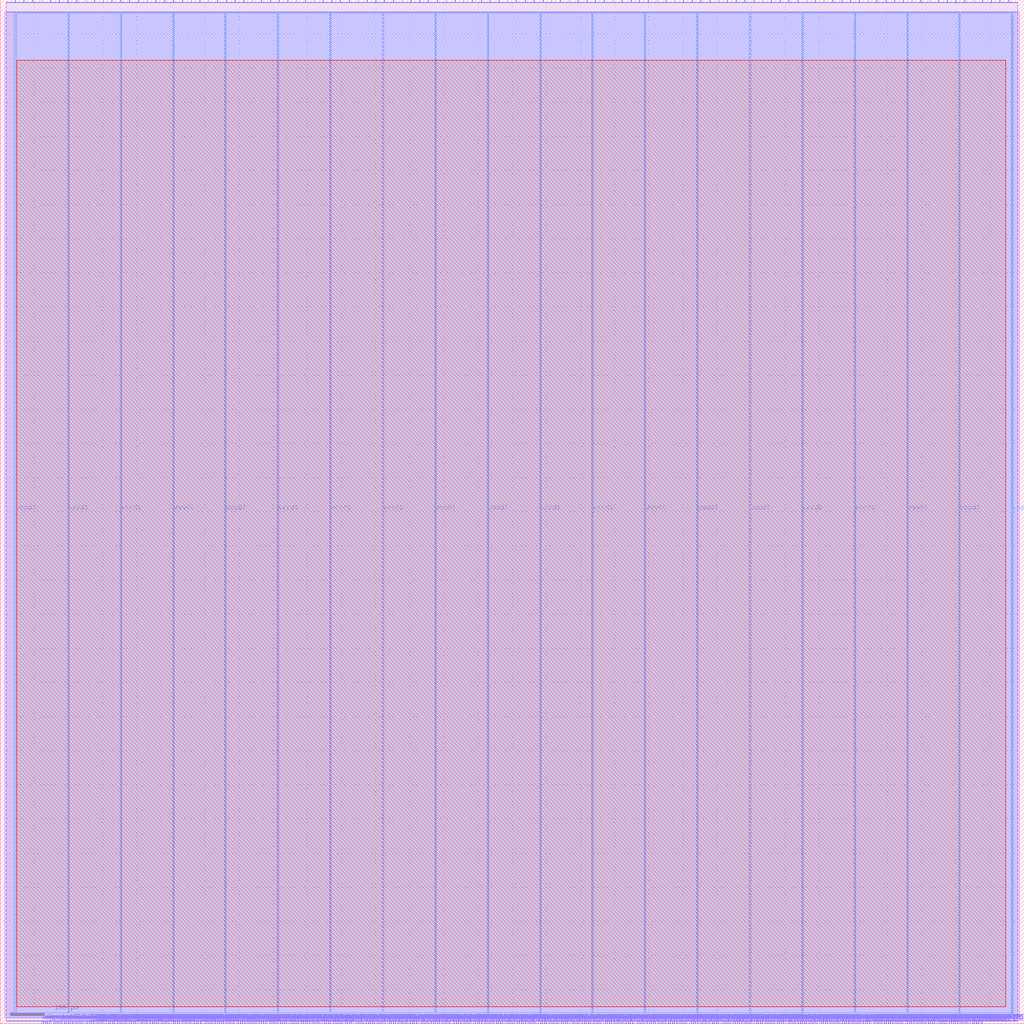
<source format=lef>
VERSION 5.7 ;
  NOWIREEXTENSIONATPIN ON ;
  DIVIDERCHAR "/" ;
  BUSBITCHARS "[]" ;
MACRO computer
  CLASS BLOCK ;
  FOREIGN computer ;
  ORIGIN 0.000 0.000 ;
  SIZE 1500.000 BY 1500.000 ;
  PIN io_in[0]
    DIRECTION INPUT ;
    USE SIGNAL ;
    PORT
      LAYER Metal2 ;
        RECT 21.840 1496.000 22.400 1500.000 ;
    END
  END io_in[0]
  PIN io_in[10]
    DIRECTION INPUT ;
    USE SIGNAL ;
    PORT
      LAYER Metal2 ;
        RECT 408.240 1496.000 408.800 1500.000 ;
    END
  END io_in[10]
  PIN io_in[11]
    DIRECTION INPUT ;
    USE SIGNAL ;
    PORT
      LAYER Metal2 ;
        RECT 446.880 1496.000 447.440 1500.000 ;
    END
  END io_in[11]
  PIN io_in[12]
    DIRECTION INPUT ;
    USE SIGNAL ;
    PORT
      LAYER Metal2 ;
        RECT 485.520 1496.000 486.080 1500.000 ;
    END
  END io_in[12]
  PIN io_in[13]
    DIRECTION INPUT ;
    USE SIGNAL ;
    PORT
      LAYER Metal2 ;
        RECT 524.160 1496.000 524.720 1500.000 ;
    END
  END io_in[13]
  PIN io_in[14]
    DIRECTION INPUT ;
    USE SIGNAL ;
    PORT
      LAYER Metal2 ;
        RECT 562.800 1496.000 563.360 1500.000 ;
    END
  END io_in[14]
  PIN io_in[15]
    DIRECTION INPUT ;
    USE SIGNAL ;
    PORT
      LAYER Metal2 ;
        RECT 601.440 1496.000 602.000 1500.000 ;
    END
  END io_in[15]
  PIN io_in[16]
    DIRECTION INPUT ;
    USE SIGNAL ;
    PORT
      LAYER Metal2 ;
        RECT 640.080 1496.000 640.640 1500.000 ;
    END
  END io_in[16]
  PIN io_in[17]
    DIRECTION INPUT ;
    USE SIGNAL ;
    PORT
      LAYER Metal2 ;
        RECT 678.720 1496.000 679.280 1500.000 ;
    END
  END io_in[17]
  PIN io_in[18]
    DIRECTION INPUT ;
    USE SIGNAL ;
    PORT
      LAYER Metal2 ;
        RECT 717.360 1496.000 717.920 1500.000 ;
    END
  END io_in[18]
  PIN io_in[19]
    DIRECTION INPUT ;
    USE SIGNAL ;
    PORT
      LAYER Metal2 ;
        RECT 756.000 1496.000 756.560 1500.000 ;
    END
  END io_in[19]
  PIN io_in[1]
    DIRECTION INPUT ;
    USE SIGNAL ;
    PORT
      LAYER Metal2 ;
        RECT 60.480 1496.000 61.040 1500.000 ;
    END
  END io_in[1]
  PIN io_in[20]
    DIRECTION INPUT ;
    USE SIGNAL ;
    PORT
      LAYER Metal2 ;
        RECT 794.640 1496.000 795.200 1500.000 ;
    END
  END io_in[20]
  PIN io_in[21]
    DIRECTION INPUT ;
    USE SIGNAL ;
    PORT
      LAYER Metal2 ;
        RECT 833.280 1496.000 833.840 1500.000 ;
    END
  END io_in[21]
  PIN io_in[22]
    DIRECTION INPUT ;
    USE SIGNAL ;
    PORT
      LAYER Metal2 ;
        RECT 871.920 1496.000 872.480 1500.000 ;
    END
  END io_in[22]
  PIN io_in[23]
    DIRECTION INPUT ;
    USE SIGNAL ;
    PORT
      LAYER Metal2 ;
        RECT 910.560 1496.000 911.120 1500.000 ;
    END
  END io_in[23]
  PIN io_in[24]
    DIRECTION INPUT ;
    USE SIGNAL ;
    PORT
      LAYER Metal2 ;
        RECT 949.200 1496.000 949.760 1500.000 ;
    END
  END io_in[24]
  PIN io_in[25]
    DIRECTION INPUT ;
    USE SIGNAL ;
    PORT
      LAYER Metal2 ;
        RECT 987.840 1496.000 988.400 1500.000 ;
    END
  END io_in[25]
  PIN io_in[26]
    DIRECTION INPUT ;
    USE SIGNAL ;
    PORT
      LAYER Metal2 ;
        RECT 1026.480 1496.000 1027.040 1500.000 ;
    END
  END io_in[26]
  PIN io_in[27]
    DIRECTION INPUT ;
    USE SIGNAL ;
    PORT
      LAYER Metal2 ;
        RECT 1065.120 1496.000 1065.680 1500.000 ;
    END
  END io_in[27]
  PIN io_in[28]
    DIRECTION INPUT ;
    USE SIGNAL ;
    PORT
      LAYER Metal2 ;
        RECT 1103.760 1496.000 1104.320 1500.000 ;
    END
  END io_in[28]
  PIN io_in[29]
    DIRECTION INPUT ;
    USE SIGNAL ;
    PORT
      LAYER Metal2 ;
        RECT 1142.400 1496.000 1142.960 1500.000 ;
    END
  END io_in[29]
  PIN io_in[2]
    DIRECTION INPUT ;
    USE SIGNAL ;
    PORT
      LAYER Metal2 ;
        RECT 99.120 1496.000 99.680 1500.000 ;
    END
  END io_in[2]
  PIN io_in[30]
    DIRECTION INPUT ;
    USE SIGNAL ;
    PORT
      LAYER Metal2 ;
        RECT 1181.040 1496.000 1181.600 1500.000 ;
    END
  END io_in[30]
  PIN io_in[31]
    DIRECTION INPUT ;
    USE SIGNAL ;
    PORT
      LAYER Metal2 ;
        RECT 1219.680 1496.000 1220.240 1500.000 ;
    END
  END io_in[31]
  PIN io_in[32]
    DIRECTION INPUT ;
    USE SIGNAL ;
    PORT
      LAYER Metal2 ;
        RECT 1258.320 1496.000 1258.880 1500.000 ;
    END
  END io_in[32]
  PIN io_in[33]
    DIRECTION INPUT ;
    USE SIGNAL ;
    PORT
      LAYER Metal2 ;
        RECT 1296.960 1496.000 1297.520 1500.000 ;
    END
  END io_in[33]
  PIN io_in[34]
    DIRECTION INPUT ;
    USE SIGNAL ;
    PORT
      LAYER Metal2 ;
        RECT 1335.600 1496.000 1336.160 1500.000 ;
    END
  END io_in[34]
  PIN io_in[35]
    DIRECTION INPUT ;
    USE SIGNAL ;
    PORT
      LAYER Metal2 ;
        RECT 1374.240 1496.000 1374.800 1500.000 ;
    END
  END io_in[35]
  PIN io_in[36]
    DIRECTION INPUT ;
    USE SIGNAL ;
    PORT
      LAYER Metal2 ;
        RECT 1412.880 1496.000 1413.440 1500.000 ;
    END
  END io_in[36]
  PIN io_in[37]
    DIRECTION INPUT ;
    USE SIGNAL ;
    PORT
      LAYER Metal2 ;
        RECT 1451.520 1496.000 1452.080 1500.000 ;
    END
  END io_in[37]
  PIN io_in[3]
    DIRECTION INPUT ;
    USE SIGNAL ;
    PORT
      LAYER Metal2 ;
        RECT 137.760 1496.000 138.320 1500.000 ;
    END
  END io_in[3]
  PIN io_in[4]
    DIRECTION INPUT ;
    USE SIGNAL ;
    PORT
      LAYER Metal2 ;
        RECT 176.400 1496.000 176.960 1500.000 ;
    END
  END io_in[4]
  PIN io_in[5]
    DIRECTION INPUT ;
    USE SIGNAL ;
    PORT
      LAYER Metal2 ;
        RECT 215.040 1496.000 215.600 1500.000 ;
    END
  END io_in[5]
  PIN io_in[6]
    DIRECTION INPUT ;
    USE SIGNAL ;
    PORT
      LAYER Metal2 ;
        RECT 253.680 1496.000 254.240 1500.000 ;
    END
  END io_in[6]
  PIN io_in[7]
    DIRECTION INPUT ;
    USE SIGNAL ;
    PORT
      LAYER Metal2 ;
        RECT 292.320 1496.000 292.880 1500.000 ;
    END
  END io_in[7]
  PIN io_in[8]
    DIRECTION INPUT ;
    USE SIGNAL ;
    PORT
      LAYER Metal2 ;
        RECT 330.960 1496.000 331.520 1500.000 ;
    END
  END io_in[8]
  PIN io_in[9]
    DIRECTION INPUT ;
    USE SIGNAL ;
    PORT
      LAYER Metal2 ;
        RECT 369.600 1496.000 370.160 1500.000 ;
    END
  END io_in[9]
  PIN io_oeb[0]
    DIRECTION OUTPUT TRISTATE ;
    USE SIGNAL ;
    PORT
      LAYER Metal2 ;
        RECT 34.720 1496.000 35.280 1500.000 ;
    END
  END io_oeb[0]
  PIN io_oeb[10]
    DIRECTION OUTPUT TRISTATE ;
    USE SIGNAL ;
    PORT
      LAYER Metal2 ;
        RECT 421.120 1496.000 421.680 1500.000 ;
    END
  END io_oeb[10]
  PIN io_oeb[11]
    DIRECTION OUTPUT TRISTATE ;
    USE SIGNAL ;
    PORT
      LAYER Metal2 ;
        RECT 459.760 1496.000 460.320 1500.000 ;
    END
  END io_oeb[11]
  PIN io_oeb[12]
    DIRECTION OUTPUT TRISTATE ;
    USE SIGNAL ;
    PORT
      LAYER Metal2 ;
        RECT 498.400 1496.000 498.960 1500.000 ;
    END
  END io_oeb[12]
  PIN io_oeb[13]
    DIRECTION OUTPUT TRISTATE ;
    USE SIGNAL ;
    PORT
      LAYER Metal2 ;
        RECT 537.040 1496.000 537.600 1500.000 ;
    END
  END io_oeb[13]
  PIN io_oeb[14]
    DIRECTION OUTPUT TRISTATE ;
    USE SIGNAL ;
    PORT
      LAYER Metal2 ;
        RECT 575.680 1496.000 576.240 1500.000 ;
    END
  END io_oeb[14]
  PIN io_oeb[15]
    DIRECTION OUTPUT TRISTATE ;
    USE SIGNAL ;
    PORT
      LAYER Metal2 ;
        RECT 614.320 1496.000 614.880 1500.000 ;
    END
  END io_oeb[15]
  PIN io_oeb[16]
    DIRECTION OUTPUT TRISTATE ;
    USE SIGNAL ;
    PORT
      LAYER Metal2 ;
        RECT 652.960 1496.000 653.520 1500.000 ;
    END
  END io_oeb[16]
  PIN io_oeb[17]
    DIRECTION OUTPUT TRISTATE ;
    USE SIGNAL ;
    PORT
      LAYER Metal2 ;
        RECT 691.600 1496.000 692.160 1500.000 ;
    END
  END io_oeb[17]
  PIN io_oeb[18]
    DIRECTION OUTPUT TRISTATE ;
    USE SIGNAL ;
    PORT
      LAYER Metal2 ;
        RECT 730.240 1496.000 730.800 1500.000 ;
    END
  END io_oeb[18]
  PIN io_oeb[19]
    DIRECTION OUTPUT TRISTATE ;
    USE SIGNAL ;
    PORT
      LAYER Metal2 ;
        RECT 768.880 1496.000 769.440 1500.000 ;
    END
  END io_oeb[19]
  PIN io_oeb[1]
    DIRECTION OUTPUT TRISTATE ;
    USE SIGNAL ;
    PORT
      LAYER Metal2 ;
        RECT 73.360 1496.000 73.920 1500.000 ;
    END
  END io_oeb[1]
  PIN io_oeb[20]
    DIRECTION OUTPUT TRISTATE ;
    USE SIGNAL ;
    PORT
      LAYER Metal2 ;
        RECT 807.520 1496.000 808.080 1500.000 ;
    END
  END io_oeb[20]
  PIN io_oeb[21]
    DIRECTION OUTPUT TRISTATE ;
    USE SIGNAL ;
    PORT
      LAYER Metal2 ;
        RECT 846.160 1496.000 846.720 1500.000 ;
    END
  END io_oeb[21]
  PIN io_oeb[22]
    DIRECTION OUTPUT TRISTATE ;
    USE SIGNAL ;
    PORT
      LAYER Metal2 ;
        RECT 884.800 1496.000 885.360 1500.000 ;
    END
  END io_oeb[22]
  PIN io_oeb[23]
    DIRECTION OUTPUT TRISTATE ;
    USE SIGNAL ;
    PORT
      LAYER Metal2 ;
        RECT 923.440 1496.000 924.000 1500.000 ;
    END
  END io_oeb[23]
  PIN io_oeb[24]
    DIRECTION OUTPUT TRISTATE ;
    USE SIGNAL ;
    PORT
      LAYER Metal2 ;
        RECT 962.080 1496.000 962.640 1500.000 ;
    END
  END io_oeb[24]
  PIN io_oeb[25]
    DIRECTION OUTPUT TRISTATE ;
    USE SIGNAL ;
    PORT
      LAYER Metal2 ;
        RECT 1000.720 1496.000 1001.280 1500.000 ;
    END
  END io_oeb[25]
  PIN io_oeb[26]
    DIRECTION OUTPUT TRISTATE ;
    USE SIGNAL ;
    PORT
      LAYER Metal2 ;
        RECT 1039.360 1496.000 1039.920 1500.000 ;
    END
  END io_oeb[26]
  PIN io_oeb[27]
    DIRECTION OUTPUT TRISTATE ;
    USE SIGNAL ;
    PORT
      LAYER Metal2 ;
        RECT 1078.000 1496.000 1078.560 1500.000 ;
    END
  END io_oeb[27]
  PIN io_oeb[28]
    DIRECTION OUTPUT TRISTATE ;
    USE SIGNAL ;
    PORT
      LAYER Metal2 ;
        RECT 1116.640 1496.000 1117.200 1500.000 ;
    END
  END io_oeb[28]
  PIN io_oeb[29]
    DIRECTION OUTPUT TRISTATE ;
    USE SIGNAL ;
    PORT
      LAYER Metal2 ;
        RECT 1155.280 1496.000 1155.840 1500.000 ;
    END
  END io_oeb[29]
  PIN io_oeb[2]
    DIRECTION OUTPUT TRISTATE ;
    USE SIGNAL ;
    PORT
      LAYER Metal2 ;
        RECT 112.000 1496.000 112.560 1500.000 ;
    END
  END io_oeb[2]
  PIN io_oeb[30]
    DIRECTION OUTPUT TRISTATE ;
    USE SIGNAL ;
    PORT
      LAYER Metal2 ;
        RECT 1193.920 1496.000 1194.480 1500.000 ;
    END
  END io_oeb[30]
  PIN io_oeb[31]
    DIRECTION OUTPUT TRISTATE ;
    USE SIGNAL ;
    PORT
      LAYER Metal2 ;
        RECT 1232.560 1496.000 1233.120 1500.000 ;
    END
  END io_oeb[31]
  PIN io_oeb[32]
    DIRECTION OUTPUT TRISTATE ;
    USE SIGNAL ;
    PORT
      LAYER Metal2 ;
        RECT 1271.200 1496.000 1271.760 1500.000 ;
    END
  END io_oeb[32]
  PIN io_oeb[33]
    DIRECTION OUTPUT TRISTATE ;
    USE SIGNAL ;
    PORT
      LAYER Metal2 ;
        RECT 1309.840 1496.000 1310.400 1500.000 ;
    END
  END io_oeb[33]
  PIN io_oeb[34]
    DIRECTION OUTPUT TRISTATE ;
    USE SIGNAL ;
    PORT
      LAYER Metal2 ;
        RECT 1348.480 1496.000 1349.040 1500.000 ;
    END
  END io_oeb[34]
  PIN io_oeb[35]
    DIRECTION OUTPUT TRISTATE ;
    USE SIGNAL ;
    PORT
      LAYER Metal2 ;
        RECT 1387.120 1496.000 1387.680 1500.000 ;
    END
  END io_oeb[35]
  PIN io_oeb[36]
    DIRECTION OUTPUT TRISTATE ;
    USE SIGNAL ;
    PORT
      LAYER Metal2 ;
        RECT 1425.760 1496.000 1426.320 1500.000 ;
    END
  END io_oeb[36]
  PIN io_oeb[37]
    DIRECTION OUTPUT TRISTATE ;
    USE SIGNAL ;
    PORT
      LAYER Metal2 ;
        RECT 1464.400 1496.000 1464.960 1500.000 ;
    END
  END io_oeb[37]
  PIN io_oeb[3]
    DIRECTION OUTPUT TRISTATE ;
    USE SIGNAL ;
    PORT
      LAYER Metal2 ;
        RECT 150.640 1496.000 151.200 1500.000 ;
    END
  END io_oeb[3]
  PIN io_oeb[4]
    DIRECTION OUTPUT TRISTATE ;
    USE SIGNAL ;
    PORT
      LAYER Metal2 ;
        RECT 189.280 1496.000 189.840 1500.000 ;
    END
  END io_oeb[4]
  PIN io_oeb[5]
    DIRECTION OUTPUT TRISTATE ;
    USE SIGNAL ;
    PORT
      LAYER Metal2 ;
        RECT 227.920 1496.000 228.480 1500.000 ;
    END
  END io_oeb[5]
  PIN io_oeb[6]
    DIRECTION OUTPUT TRISTATE ;
    USE SIGNAL ;
    PORT
      LAYER Metal2 ;
        RECT 266.560 1496.000 267.120 1500.000 ;
    END
  END io_oeb[6]
  PIN io_oeb[7]
    DIRECTION OUTPUT TRISTATE ;
    USE SIGNAL ;
    PORT
      LAYER Metal2 ;
        RECT 305.200 1496.000 305.760 1500.000 ;
    END
  END io_oeb[7]
  PIN io_oeb[8]
    DIRECTION OUTPUT TRISTATE ;
    USE SIGNAL ;
    PORT
      LAYER Metal2 ;
        RECT 343.840 1496.000 344.400 1500.000 ;
    END
  END io_oeb[8]
  PIN io_oeb[9]
    DIRECTION OUTPUT TRISTATE ;
    USE SIGNAL ;
    PORT
      LAYER Metal2 ;
        RECT 382.480 1496.000 383.040 1500.000 ;
    END
  END io_oeb[9]
  PIN io_out[0]
    DIRECTION OUTPUT TRISTATE ;
    USE SIGNAL ;
    PORT
      LAYER Metal2 ;
        RECT 47.600 1496.000 48.160 1500.000 ;
    END
  END io_out[0]
  PIN io_out[10]
    DIRECTION OUTPUT TRISTATE ;
    USE SIGNAL ;
    PORT
      LAYER Metal2 ;
        RECT 434.000 1496.000 434.560 1500.000 ;
    END
  END io_out[10]
  PIN io_out[11]
    DIRECTION OUTPUT TRISTATE ;
    USE SIGNAL ;
    PORT
      LAYER Metal2 ;
        RECT 472.640 1496.000 473.200 1500.000 ;
    END
  END io_out[11]
  PIN io_out[12]
    DIRECTION OUTPUT TRISTATE ;
    USE SIGNAL ;
    PORT
      LAYER Metal2 ;
        RECT 511.280 1496.000 511.840 1500.000 ;
    END
  END io_out[12]
  PIN io_out[13]
    DIRECTION OUTPUT TRISTATE ;
    USE SIGNAL ;
    PORT
      LAYER Metal2 ;
        RECT 549.920 1496.000 550.480 1500.000 ;
    END
  END io_out[13]
  PIN io_out[14]
    DIRECTION OUTPUT TRISTATE ;
    USE SIGNAL ;
    PORT
      LAYER Metal2 ;
        RECT 588.560 1496.000 589.120 1500.000 ;
    END
  END io_out[14]
  PIN io_out[15]
    DIRECTION OUTPUT TRISTATE ;
    USE SIGNAL ;
    PORT
      LAYER Metal2 ;
        RECT 627.200 1496.000 627.760 1500.000 ;
    END
  END io_out[15]
  PIN io_out[16]
    DIRECTION OUTPUT TRISTATE ;
    USE SIGNAL ;
    PORT
      LAYER Metal2 ;
        RECT 665.840 1496.000 666.400 1500.000 ;
    END
  END io_out[16]
  PIN io_out[17]
    DIRECTION OUTPUT TRISTATE ;
    USE SIGNAL ;
    PORT
      LAYER Metal2 ;
        RECT 704.480 1496.000 705.040 1500.000 ;
    END
  END io_out[17]
  PIN io_out[18]
    DIRECTION OUTPUT TRISTATE ;
    USE SIGNAL ;
    PORT
      LAYER Metal2 ;
        RECT 743.120 1496.000 743.680 1500.000 ;
    END
  END io_out[18]
  PIN io_out[19]
    DIRECTION OUTPUT TRISTATE ;
    USE SIGNAL ;
    PORT
      LAYER Metal2 ;
        RECT 781.760 1496.000 782.320 1500.000 ;
    END
  END io_out[19]
  PIN io_out[1]
    DIRECTION OUTPUT TRISTATE ;
    USE SIGNAL ;
    PORT
      LAYER Metal2 ;
        RECT 86.240 1496.000 86.800 1500.000 ;
    END
  END io_out[1]
  PIN io_out[20]
    DIRECTION OUTPUT TRISTATE ;
    USE SIGNAL ;
    PORT
      LAYER Metal2 ;
        RECT 820.400 1496.000 820.960 1500.000 ;
    END
  END io_out[20]
  PIN io_out[21]
    DIRECTION OUTPUT TRISTATE ;
    USE SIGNAL ;
    PORT
      LAYER Metal2 ;
        RECT 859.040 1496.000 859.600 1500.000 ;
    END
  END io_out[21]
  PIN io_out[22]
    DIRECTION OUTPUT TRISTATE ;
    USE SIGNAL ;
    PORT
      LAYER Metal2 ;
        RECT 897.680 1496.000 898.240 1500.000 ;
    END
  END io_out[22]
  PIN io_out[23]
    DIRECTION OUTPUT TRISTATE ;
    USE SIGNAL ;
    PORT
      LAYER Metal2 ;
        RECT 936.320 1496.000 936.880 1500.000 ;
    END
  END io_out[23]
  PIN io_out[24]
    DIRECTION OUTPUT TRISTATE ;
    USE SIGNAL ;
    PORT
      LAYER Metal2 ;
        RECT 974.960 1496.000 975.520 1500.000 ;
    END
  END io_out[24]
  PIN io_out[25]
    DIRECTION OUTPUT TRISTATE ;
    USE SIGNAL ;
    PORT
      LAYER Metal2 ;
        RECT 1013.600 1496.000 1014.160 1500.000 ;
    END
  END io_out[25]
  PIN io_out[26]
    DIRECTION OUTPUT TRISTATE ;
    USE SIGNAL ;
    PORT
      LAYER Metal2 ;
        RECT 1052.240 1496.000 1052.800 1500.000 ;
    END
  END io_out[26]
  PIN io_out[27]
    DIRECTION OUTPUT TRISTATE ;
    USE SIGNAL ;
    PORT
      LAYER Metal2 ;
        RECT 1090.880 1496.000 1091.440 1500.000 ;
    END
  END io_out[27]
  PIN io_out[28]
    DIRECTION OUTPUT TRISTATE ;
    USE SIGNAL ;
    PORT
      LAYER Metal2 ;
        RECT 1129.520 1496.000 1130.080 1500.000 ;
    END
  END io_out[28]
  PIN io_out[29]
    DIRECTION OUTPUT TRISTATE ;
    USE SIGNAL ;
    PORT
      LAYER Metal2 ;
        RECT 1168.160 1496.000 1168.720 1500.000 ;
    END
  END io_out[29]
  PIN io_out[2]
    DIRECTION OUTPUT TRISTATE ;
    USE SIGNAL ;
    PORT
      LAYER Metal2 ;
        RECT 124.880 1496.000 125.440 1500.000 ;
    END
  END io_out[2]
  PIN io_out[30]
    DIRECTION OUTPUT TRISTATE ;
    USE SIGNAL ;
    PORT
      LAYER Metal2 ;
        RECT 1206.800 1496.000 1207.360 1500.000 ;
    END
  END io_out[30]
  PIN io_out[31]
    DIRECTION OUTPUT TRISTATE ;
    USE SIGNAL ;
    PORT
      LAYER Metal2 ;
        RECT 1245.440 1496.000 1246.000 1500.000 ;
    END
  END io_out[31]
  PIN io_out[32]
    DIRECTION OUTPUT TRISTATE ;
    USE SIGNAL ;
    PORT
      LAYER Metal2 ;
        RECT 1284.080 1496.000 1284.640 1500.000 ;
    END
  END io_out[32]
  PIN io_out[33]
    DIRECTION OUTPUT TRISTATE ;
    USE SIGNAL ;
    PORT
      LAYER Metal2 ;
        RECT 1322.720 1496.000 1323.280 1500.000 ;
    END
  END io_out[33]
  PIN io_out[34]
    DIRECTION OUTPUT TRISTATE ;
    USE SIGNAL ;
    PORT
      LAYER Metal2 ;
        RECT 1361.360 1496.000 1361.920 1500.000 ;
    END
  END io_out[34]
  PIN io_out[35]
    DIRECTION OUTPUT TRISTATE ;
    USE SIGNAL ;
    PORT
      LAYER Metal2 ;
        RECT 1400.000 1496.000 1400.560 1500.000 ;
    END
  END io_out[35]
  PIN io_out[36]
    DIRECTION OUTPUT TRISTATE ;
    USE SIGNAL ;
    PORT
      LAYER Metal2 ;
        RECT 1438.640 1496.000 1439.200 1500.000 ;
    END
  END io_out[36]
  PIN io_out[37]
    DIRECTION OUTPUT TRISTATE ;
    USE SIGNAL ;
    PORT
      LAYER Metal2 ;
        RECT 1477.280 1496.000 1477.840 1500.000 ;
    END
  END io_out[37]
  PIN io_out[3]
    DIRECTION OUTPUT TRISTATE ;
    USE SIGNAL ;
    PORT
      LAYER Metal2 ;
        RECT 163.520 1496.000 164.080 1500.000 ;
    END
  END io_out[3]
  PIN io_out[4]
    DIRECTION OUTPUT TRISTATE ;
    USE SIGNAL ;
    PORT
      LAYER Metal2 ;
        RECT 202.160 1496.000 202.720 1500.000 ;
    END
  END io_out[4]
  PIN io_out[5]
    DIRECTION OUTPUT TRISTATE ;
    USE SIGNAL ;
    PORT
      LAYER Metal2 ;
        RECT 240.800 1496.000 241.360 1500.000 ;
    END
  END io_out[5]
  PIN io_out[6]
    DIRECTION OUTPUT TRISTATE ;
    USE SIGNAL ;
    PORT
      LAYER Metal2 ;
        RECT 279.440 1496.000 280.000 1500.000 ;
    END
  END io_out[6]
  PIN io_out[7]
    DIRECTION OUTPUT TRISTATE ;
    USE SIGNAL ;
    PORT
      LAYER Metal2 ;
        RECT 318.080 1496.000 318.640 1500.000 ;
    END
  END io_out[7]
  PIN io_out[8]
    DIRECTION OUTPUT TRISTATE ;
    USE SIGNAL ;
    PORT
      LAYER Metal2 ;
        RECT 356.720 1496.000 357.280 1500.000 ;
    END
  END io_out[8]
  PIN io_out[9]
    DIRECTION OUTPUT TRISTATE ;
    USE SIGNAL ;
    PORT
      LAYER Metal2 ;
        RECT 395.360 1496.000 395.920 1500.000 ;
    END
  END io_out[9]
  PIN irq[0]
    DIRECTION OUTPUT TRISTATE ;
    USE SIGNAL ;
    PORT
      LAYER Metal2 ;
        RECT 1432.480 0.000 1433.040 4.000 ;
    END
  END irq[0]
  PIN irq[1]
    DIRECTION OUTPUT TRISTATE ;
    USE SIGNAL ;
    PORT
      LAYER Metal2 ;
        RECT 1435.280 0.000 1435.840 4.000 ;
    END
  END irq[1]
  PIN irq[2]
    DIRECTION OUTPUT TRISTATE ;
    USE SIGNAL ;
    PORT
      LAYER Metal2 ;
        RECT 1438.080 0.000 1438.640 4.000 ;
    END
  END irq[2]
  PIN la_data_in[0]
    DIRECTION INPUT ;
    USE SIGNAL ;
    PORT
      LAYER Metal2 ;
        RECT 357.280 0.000 357.840 4.000 ;
    END
  END la_data_in[0]
  PIN la_data_in[100]
    DIRECTION INPUT ;
    USE SIGNAL ;
    PORT
      LAYER Metal2 ;
        RECT 1197.280 0.000 1197.840 4.000 ;
    END
  END la_data_in[100]
  PIN la_data_in[101]
    DIRECTION INPUT ;
    USE SIGNAL ;
    PORT
      LAYER Metal2 ;
        RECT 1205.680 0.000 1206.240 4.000 ;
    END
  END la_data_in[101]
  PIN la_data_in[102]
    DIRECTION INPUT ;
    USE SIGNAL ;
    PORT
      LAYER Metal2 ;
        RECT 1214.080 0.000 1214.640 4.000 ;
    END
  END la_data_in[102]
  PIN la_data_in[103]
    DIRECTION INPUT ;
    USE SIGNAL ;
    PORT
      LAYER Metal2 ;
        RECT 1222.480 0.000 1223.040 4.000 ;
    END
  END la_data_in[103]
  PIN la_data_in[104]
    DIRECTION INPUT ;
    USE SIGNAL ;
    PORT
      LAYER Metal2 ;
        RECT 1230.880 0.000 1231.440 4.000 ;
    END
  END la_data_in[104]
  PIN la_data_in[105]
    DIRECTION INPUT ;
    USE SIGNAL ;
    PORT
      LAYER Metal2 ;
        RECT 1239.280 0.000 1239.840 4.000 ;
    END
  END la_data_in[105]
  PIN la_data_in[106]
    DIRECTION INPUT ;
    USE SIGNAL ;
    PORT
      LAYER Metal2 ;
        RECT 1247.680 0.000 1248.240 4.000 ;
    END
  END la_data_in[106]
  PIN la_data_in[107]
    DIRECTION INPUT ;
    USE SIGNAL ;
    PORT
      LAYER Metal2 ;
        RECT 1256.080 0.000 1256.640 4.000 ;
    END
  END la_data_in[107]
  PIN la_data_in[108]
    DIRECTION INPUT ;
    USE SIGNAL ;
    PORT
      LAYER Metal2 ;
        RECT 1264.480 0.000 1265.040 4.000 ;
    END
  END la_data_in[108]
  PIN la_data_in[109]
    DIRECTION INPUT ;
    USE SIGNAL ;
    PORT
      LAYER Metal2 ;
        RECT 1272.880 0.000 1273.440 4.000 ;
    END
  END la_data_in[109]
  PIN la_data_in[10]
    DIRECTION INPUT ;
    USE SIGNAL ;
    PORT
      LAYER Metal2 ;
        RECT 441.280 0.000 441.840 4.000 ;
    END
  END la_data_in[10]
  PIN la_data_in[110]
    DIRECTION INPUT ;
    USE SIGNAL ;
    PORT
      LAYER Metal2 ;
        RECT 1281.280 0.000 1281.840 4.000 ;
    END
  END la_data_in[110]
  PIN la_data_in[111]
    DIRECTION INPUT ;
    USE SIGNAL ;
    PORT
      LAYER Metal2 ;
        RECT 1289.680 0.000 1290.240 4.000 ;
    END
  END la_data_in[111]
  PIN la_data_in[112]
    DIRECTION INPUT ;
    USE SIGNAL ;
    PORT
      LAYER Metal2 ;
        RECT 1298.080 0.000 1298.640 4.000 ;
    END
  END la_data_in[112]
  PIN la_data_in[113]
    DIRECTION INPUT ;
    USE SIGNAL ;
    PORT
      LAYER Metal2 ;
        RECT 1306.480 0.000 1307.040 4.000 ;
    END
  END la_data_in[113]
  PIN la_data_in[114]
    DIRECTION INPUT ;
    USE SIGNAL ;
    PORT
      LAYER Metal2 ;
        RECT 1314.880 0.000 1315.440 4.000 ;
    END
  END la_data_in[114]
  PIN la_data_in[115]
    DIRECTION INPUT ;
    USE SIGNAL ;
    PORT
      LAYER Metal2 ;
        RECT 1323.280 0.000 1323.840 4.000 ;
    END
  END la_data_in[115]
  PIN la_data_in[116]
    DIRECTION INPUT ;
    USE SIGNAL ;
    PORT
      LAYER Metal2 ;
        RECT 1331.680 0.000 1332.240 4.000 ;
    END
  END la_data_in[116]
  PIN la_data_in[117]
    DIRECTION INPUT ;
    USE SIGNAL ;
    PORT
      LAYER Metal2 ;
        RECT 1340.080 0.000 1340.640 4.000 ;
    END
  END la_data_in[117]
  PIN la_data_in[118]
    DIRECTION INPUT ;
    USE SIGNAL ;
    PORT
      LAYER Metal2 ;
        RECT 1348.480 0.000 1349.040 4.000 ;
    END
  END la_data_in[118]
  PIN la_data_in[119]
    DIRECTION INPUT ;
    USE SIGNAL ;
    PORT
      LAYER Metal2 ;
        RECT 1356.880 0.000 1357.440 4.000 ;
    END
  END la_data_in[119]
  PIN la_data_in[11]
    DIRECTION INPUT ;
    USE SIGNAL ;
    PORT
      LAYER Metal2 ;
        RECT 449.680 0.000 450.240 4.000 ;
    END
  END la_data_in[11]
  PIN la_data_in[120]
    DIRECTION INPUT ;
    USE SIGNAL ;
    PORT
      LAYER Metal2 ;
        RECT 1365.280 0.000 1365.840 4.000 ;
    END
  END la_data_in[120]
  PIN la_data_in[121]
    DIRECTION INPUT ;
    USE SIGNAL ;
    PORT
      LAYER Metal2 ;
        RECT 1373.680 0.000 1374.240 4.000 ;
    END
  END la_data_in[121]
  PIN la_data_in[122]
    DIRECTION INPUT ;
    USE SIGNAL ;
    PORT
      LAYER Metal2 ;
        RECT 1382.080 0.000 1382.640 4.000 ;
    END
  END la_data_in[122]
  PIN la_data_in[123]
    DIRECTION INPUT ;
    USE SIGNAL ;
    PORT
      LAYER Metal2 ;
        RECT 1390.480 0.000 1391.040 4.000 ;
    END
  END la_data_in[123]
  PIN la_data_in[124]
    DIRECTION INPUT ;
    USE SIGNAL ;
    PORT
      LAYER Metal2 ;
        RECT 1398.880 0.000 1399.440 4.000 ;
    END
  END la_data_in[124]
  PIN la_data_in[125]
    DIRECTION INPUT ;
    USE SIGNAL ;
    PORT
      LAYER Metal2 ;
        RECT 1407.280 0.000 1407.840 4.000 ;
    END
  END la_data_in[125]
  PIN la_data_in[126]
    DIRECTION INPUT ;
    USE SIGNAL ;
    PORT
      LAYER Metal2 ;
        RECT 1415.680 0.000 1416.240 4.000 ;
    END
  END la_data_in[126]
  PIN la_data_in[127]
    DIRECTION INPUT ;
    USE SIGNAL ;
    PORT
      LAYER Metal2 ;
        RECT 1424.080 0.000 1424.640 4.000 ;
    END
  END la_data_in[127]
  PIN la_data_in[12]
    DIRECTION INPUT ;
    USE SIGNAL ;
    PORT
      LAYER Metal2 ;
        RECT 458.080 0.000 458.640 4.000 ;
    END
  END la_data_in[12]
  PIN la_data_in[13]
    DIRECTION INPUT ;
    USE SIGNAL ;
    PORT
      LAYER Metal2 ;
        RECT 466.480 0.000 467.040 4.000 ;
    END
  END la_data_in[13]
  PIN la_data_in[14]
    DIRECTION INPUT ;
    USE SIGNAL ;
    PORT
      LAYER Metal2 ;
        RECT 474.880 0.000 475.440 4.000 ;
    END
  END la_data_in[14]
  PIN la_data_in[15]
    DIRECTION INPUT ;
    USE SIGNAL ;
    PORT
      LAYER Metal2 ;
        RECT 483.280 0.000 483.840 4.000 ;
    END
  END la_data_in[15]
  PIN la_data_in[16]
    DIRECTION INPUT ;
    USE SIGNAL ;
    PORT
      LAYER Metal2 ;
        RECT 491.680 0.000 492.240 4.000 ;
    END
  END la_data_in[16]
  PIN la_data_in[17]
    DIRECTION INPUT ;
    USE SIGNAL ;
    PORT
      LAYER Metal2 ;
        RECT 500.080 0.000 500.640 4.000 ;
    END
  END la_data_in[17]
  PIN la_data_in[18]
    DIRECTION INPUT ;
    USE SIGNAL ;
    PORT
      LAYER Metal2 ;
        RECT 508.480 0.000 509.040 4.000 ;
    END
  END la_data_in[18]
  PIN la_data_in[19]
    DIRECTION INPUT ;
    USE SIGNAL ;
    PORT
      LAYER Metal2 ;
        RECT 516.880 0.000 517.440 4.000 ;
    END
  END la_data_in[19]
  PIN la_data_in[1]
    DIRECTION INPUT ;
    USE SIGNAL ;
    PORT
      LAYER Metal2 ;
        RECT 365.680 0.000 366.240 4.000 ;
    END
  END la_data_in[1]
  PIN la_data_in[20]
    DIRECTION INPUT ;
    USE SIGNAL ;
    PORT
      LAYER Metal2 ;
        RECT 525.280 0.000 525.840 4.000 ;
    END
  END la_data_in[20]
  PIN la_data_in[21]
    DIRECTION INPUT ;
    USE SIGNAL ;
    PORT
      LAYER Metal2 ;
        RECT 533.680 0.000 534.240 4.000 ;
    END
  END la_data_in[21]
  PIN la_data_in[22]
    DIRECTION INPUT ;
    USE SIGNAL ;
    PORT
      LAYER Metal2 ;
        RECT 542.080 0.000 542.640 4.000 ;
    END
  END la_data_in[22]
  PIN la_data_in[23]
    DIRECTION INPUT ;
    USE SIGNAL ;
    PORT
      LAYER Metal2 ;
        RECT 550.480 0.000 551.040 4.000 ;
    END
  END la_data_in[23]
  PIN la_data_in[24]
    DIRECTION INPUT ;
    USE SIGNAL ;
    PORT
      LAYER Metal2 ;
        RECT 558.880 0.000 559.440 4.000 ;
    END
  END la_data_in[24]
  PIN la_data_in[25]
    DIRECTION INPUT ;
    USE SIGNAL ;
    PORT
      LAYER Metal2 ;
        RECT 567.280 0.000 567.840 4.000 ;
    END
  END la_data_in[25]
  PIN la_data_in[26]
    DIRECTION INPUT ;
    USE SIGNAL ;
    PORT
      LAYER Metal2 ;
        RECT 575.680 0.000 576.240 4.000 ;
    END
  END la_data_in[26]
  PIN la_data_in[27]
    DIRECTION INPUT ;
    USE SIGNAL ;
    PORT
      LAYER Metal2 ;
        RECT 584.080 0.000 584.640 4.000 ;
    END
  END la_data_in[27]
  PIN la_data_in[28]
    DIRECTION INPUT ;
    USE SIGNAL ;
    PORT
      LAYER Metal2 ;
        RECT 592.480 0.000 593.040 4.000 ;
    END
  END la_data_in[28]
  PIN la_data_in[29]
    DIRECTION INPUT ;
    USE SIGNAL ;
    PORT
      LAYER Metal2 ;
        RECT 600.880 0.000 601.440 4.000 ;
    END
  END la_data_in[29]
  PIN la_data_in[2]
    DIRECTION INPUT ;
    USE SIGNAL ;
    PORT
      LAYER Metal2 ;
        RECT 374.080 0.000 374.640 4.000 ;
    END
  END la_data_in[2]
  PIN la_data_in[30]
    DIRECTION INPUT ;
    USE SIGNAL ;
    PORT
      LAYER Metal2 ;
        RECT 609.280 0.000 609.840 4.000 ;
    END
  END la_data_in[30]
  PIN la_data_in[31]
    DIRECTION INPUT ;
    USE SIGNAL ;
    PORT
      LAYER Metal2 ;
        RECT 617.680 0.000 618.240 4.000 ;
    END
  END la_data_in[31]
  PIN la_data_in[32]
    DIRECTION INPUT ;
    USE SIGNAL ;
    PORT
      LAYER Metal2 ;
        RECT 626.080 0.000 626.640 4.000 ;
    END
  END la_data_in[32]
  PIN la_data_in[33]
    DIRECTION INPUT ;
    USE SIGNAL ;
    PORT
      LAYER Metal2 ;
        RECT 634.480 0.000 635.040 4.000 ;
    END
  END la_data_in[33]
  PIN la_data_in[34]
    DIRECTION INPUT ;
    USE SIGNAL ;
    PORT
      LAYER Metal2 ;
        RECT 642.880 0.000 643.440 4.000 ;
    END
  END la_data_in[34]
  PIN la_data_in[35]
    DIRECTION INPUT ;
    USE SIGNAL ;
    PORT
      LAYER Metal2 ;
        RECT 651.280 0.000 651.840 4.000 ;
    END
  END la_data_in[35]
  PIN la_data_in[36]
    DIRECTION INPUT ;
    USE SIGNAL ;
    PORT
      LAYER Metal2 ;
        RECT 659.680 0.000 660.240 4.000 ;
    END
  END la_data_in[36]
  PIN la_data_in[37]
    DIRECTION INPUT ;
    USE SIGNAL ;
    PORT
      LAYER Metal2 ;
        RECT 668.080 0.000 668.640 4.000 ;
    END
  END la_data_in[37]
  PIN la_data_in[38]
    DIRECTION INPUT ;
    USE SIGNAL ;
    PORT
      LAYER Metal2 ;
        RECT 676.480 0.000 677.040 4.000 ;
    END
  END la_data_in[38]
  PIN la_data_in[39]
    DIRECTION INPUT ;
    USE SIGNAL ;
    PORT
      LAYER Metal2 ;
        RECT 684.880 0.000 685.440 4.000 ;
    END
  END la_data_in[39]
  PIN la_data_in[3]
    DIRECTION INPUT ;
    USE SIGNAL ;
    PORT
      LAYER Metal2 ;
        RECT 382.480 0.000 383.040 4.000 ;
    END
  END la_data_in[3]
  PIN la_data_in[40]
    DIRECTION INPUT ;
    USE SIGNAL ;
    PORT
      LAYER Metal2 ;
        RECT 693.280 0.000 693.840 4.000 ;
    END
  END la_data_in[40]
  PIN la_data_in[41]
    DIRECTION INPUT ;
    USE SIGNAL ;
    PORT
      LAYER Metal2 ;
        RECT 701.680 0.000 702.240 4.000 ;
    END
  END la_data_in[41]
  PIN la_data_in[42]
    DIRECTION INPUT ;
    USE SIGNAL ;
    PORT
      LAYER Metal2 ;
        RECT 710.080 0.000 710.640 4.000 ;
    END
  END la_data_in[42]
  PIN la_data_in[43]
    DIRECTION INPUT ;
    USE SIGNAL ;
    PORT
      LAYER Metal2 ;
        RECT 718.480 0.000 719.040 4.000 ;
    END
  END la_data_in[43]
  PIN la_data_in[44]
    DIRECTION INPUT ;
    USE SIGNAL ;
    PORT
      LAYER Metal2 ;
        RECT 726.880 0.000 727.440 4.000 ;
    END
  END la_data_in[44]
  PIN la_data_in[45]
    DIRECTION INPUT ;
    USE SIGNAL ;
    PORT
      LAYER Metal2 ;
        RECT 735.280 0.000 735.840 4.000 ;
    END
  END la_data_in[45]
  PIN la_data_in[46]
    DIRECTION INPUT ;
    USE SIGNAL ;
    PORT
      LAYER Metal2 ;
        RECT 743.680 0.000 744.240 4.000 ;
    END
  END la_data_in[46]
  PIN la_data_in[47]
    DIRECTION INPUT ;
    USE SIGNAL ;
    PORT
      LAYER Metal2 ;
        RECT 752.080 0.000 752.640 4.000 ;
    END
  END la_data_in[47]
  PIN la_data_in[48]
    DIRECTION INPUT ;
    USE SIGNAL ;
    PORT
      LAYER Metal2 ;
        RECT 760.480 0.000 761.040 4.000 ;
    END
  END la_data_in[48]
  PIN la_data_in[49]
    DIRECTION INPUT ;
    USE SIGNAL ;
    PORT
      LAYER Metal2 ;
        RECT 768.880 0.000 769.440 4.000 ;
    END
  END la_data_in[49]
  PIN la_data_in[4]
    DIRECTION INPUT ;
    USE SIGNAL ;
    PORT
      LAYER Metal2 ;
        RECT 390.880 0.000 391.440 4.000 ;
    END
  END la_data_in[4]
  PIN la_data_in[50]
    DIRECTION INPUT ;
    USE SIGNAL ;
    PORT
      LAYER Metal2 ;
        RECT 777.280 0.000 777.840 4.000 ;
    END
  END la_data_in[50]
  PIN la_data_in[51]
    DIRECTION INPUT ;
    USE SIGNAL ;
    PORT
      LAYER Metal2 ;
        RECT 785.680 0.000 786.240 4.000 ;
    END
  END la_data_in[51]
  PIN la_data_in[52]
    DIRECTION INPUT ;
    USE SIGNAL ;
    PORT
      LAYER Metal2 ;
        RECT 794.080 0.000 794.640 4.000 ;
    END
  END la_data_in[52]
  PIN la_data_in[53]
    DIRECTION INPUT ;
    USE SIGNAL ;
    PORT
      LAYER Metal2 ;
        RECT 802.480 0.000 803.040 4.000 ;
    END
  END la_data_in[53]
  PIN la_data_in[54]
    DIRECTION INPUT ;
    USE SIGNAL ;
    PORT
      LAYER Metal2 ;
        RECT 810.880 0.000 811.440 4.000 ;
    END
  END la_data_in[54]
  PIN la_data_in[55]
    DIRECTION INPUT ;
    USE SIGNAL ;
    PORT
      LAYER Metal2 ;
        RECT 819.280 0.000 819.840 4.000 ;
    END
  END la_data_in[55]
  PIN la_data_in[56]
    DIRECTION INPUT ;
    USE SIGNAL ;
    PORT
      LAYER Metal2 ;
        RECT 827.680 0.000 828.240 4.000 ;
    END
  END la_data_in[56]
  PIN la_data_in[57]
    DIRECTION INPUT ;
    USE SIGNAL ;
    PORT
      LAYER Metal2 ;
        RECT 836.080 0.000 836.640 4.000 ;
    END
  END la_data_in[57]
  PIN la_data_in[58]
    DIRECTION INPUT ;
    USE SIGNAL ;
    PORT
      LAYER Metal2 ;
        RECT 844.480 0.000 845.040 4.000 ;
    END
  END la_data_in[58]
  PIN la_data_in[59]
    DIRECTION INPUT ;
    USE SIGNAL ;
    PORT
      LAYER Metal2 ;
        RECT 852.880 0.000 853.440 4.000 ;
    END
  END la_data_in[59]
  PIN la_data_in[5]
    DIRECTION INPUT ;
    USE SIGNAL ;
    PORT
      LAYER Metal2 ;
        RECT 399.280 0.000 399.840 4.000 ;
    END
  END la_data_in[5]
  PIN la_data_in[60]
    DIRECTION INPUT ;
    USE SIGNAL ;
    PORT
      LAYER Metal2 ;
        RECT 861.280 0.000 861.840 4.000 ;
    END
  END la_data_in[60]
  PIN la_data_in[61]
    DIRECTION INPUT ;
    USE SIGNAL ;
    PORT
      LAYER Metal2 ;
        RECT 869.680 0.000 870.240 4.000 ;
    END
  END la_data_in[61]
  PIN la_data_in[62]
    DIRECTION INPUT ;
    USE SIGNAL ;
    PORT
      LAYER Metal2 ;
        RECT 878.080 0.000 878.640 4.000 ;
    END
  END la_data_in[62]
  PIN la_data_in[63]
    DIRECTION INPUT ;
    USE SIGNAL ;
    PORT
      LAYER Metal2 ;
        RECT 886.480 0.000 887.040 4.000 ;
    END
  END la_data_in[63]
  PIN la_data_in[64]
    DIRECTION INPUT ;
    USE SIGNAL ;
    PORT
      LAYER Metal2 ;
        RECT 894.880 0.000 895.440 4.000 ;
    END
  END la_data_in[64]
  PIN la_data_in[65]
    DIRECTION INPUT ;
    USE SIGNAL ;
    PORT
      LAYER Metal2 ;
        RECT 903.280 0.000 903.840 4.000 ;
    END
  END la_data_in[65]
  PIN la_data_in[66]
    DIRECTION INPUT ;
    USE SIGNAL ;
    PORT
      LAYER Metal2 ;
        RECT 911.680 0.000 912.240 4.000 ;
    END
  END la_data_in[66]
  PIN la_data_in[67]
    DIRECTION INPUT ;
    USE SIGNAL ;
    PORT
      LAYER Metal2 ;
        RECT 920.080 0.000 920.640 4.000 ;
    END
  END la_data_in[67]
  PIN la_data_in[68]
    DIRECTION INPUT ;
    USE SIGNAL ;
    PORT
      LAYER Metal2 ;
        RECT 928.480 0.000 929.040 4.000 ;
    END
  END la_data_in[68]
  PIN la_data_in[69]
    DIRECTION INPUT ;
    USE SIGNAL ;
    PORT
      LAYER Metal2 ;
        RECT 936.880 0.000 937.440 4.000 ;
    END
  END la_data_in[69]
  PIN la_data_in[6]
    DIRECTION INPUT ;
    USE SIGNAL ;
    PORT
      LAYER Metal2 ;
        RECT 407.680 0.000 408.240 4.000 ;
    END
  END la_data_in[6]
  PIN la_data_in[70]
    DIRECTION INPUT ;
    USE SIGNAL ;
    PORT
      LAYER Metal2 ;
        RECT 945.280 0.000 945.840 4.000 ;
    END
  END la_data_in[70]
  PIN la_data_in[71]
    DIRECTION INPUT ;
    USE SIGNAL ;
    PORT
      LAYER Metal2 ;
        RECT 953.680 0.000 954.240 4.000 ;
    END
  END la_data_in[71]
  PIN la_data_in[72]
    DIRECTION INPUT ;
    USE SIGNAL ;
    PORT
      LAYER Metal2 ;
        RECT 962.080 0.000 962.640 4.000 ;
    END
  END la_data_in[72]
  PIN la_data_in[73]
    DIRECTION INPUT ;
    USE SIGNAL ;
    PORT
      LAYER Metal2 ;
        RECT 970.480 0.000 971.040 4.000 ;
    END
  END la_data_in[73]
  PIN la_data_in[74]
    DIRECTION INPUT ;
    USE SIGNAL ;
    PORT
      LAYER Metal2 ;
        RECT 978.880 0.000 979.440 4.000 ;
    END
  END la_data_in[74]
  PIN la_data_in[75]
    DIRECTION INPUT ;
    USE SIGNAL ;
    PORT
      LAYER Metal2 ;
        RECT 987.280 0.000 987.840 4.000 ;
    END
  END la_data_in[75]
  PIN la_data_in[76]
    DIRECTION INPUT ;
    USE SIGNAL ;
    PORT
      LAYER Metal2 ;
        RECT 995.680 0.000 996.240 4.000 ;
    END
  END la_data_in[76]
  PIN la_data_in[77]
    DIRECTION INPUT ;
    USE SIGNAL ;
    PORT
      LAYER Metal2 ;
        RECT 1004.080 0.000 1004.640 4.000 ;
    END
  END la_data_in[77]
  PIN la_data_in[78]
    DIRECTION INPUT ;
    USE SIGNAL ;
    PORT
      LAYER Metal2 ;
        RECT 1012.480 0.000 1013.040 4.000 ;
    END
  END la_data_in[78]
  PIN la_data_in[79]
    DIRECTION INPUT ;
    USE SIGNAL ;
    PORT
      LAYER Metal2 ;
        RECT 1020.880 0.000 1021.440 4.000 ;
    END
  END la_data_in[79]
  PIN la_data_in[7]
    DIRECTION INPUT ;
    USE SIGNAL ;
    PORT
      LAYER Metal2 ;
        RECT 416.080 0.000 416.640 4.000 ;
    END
  END la_data_in[7]
  PIN la_data_in[80]
    DIRECTION INPUT ;
    USE SIGNAL ;
    PORT
      LAYER Metal2 ;
        RECT 1029.280 0.000 1029.840 4.000 ;
    END
  END la_data_in[80]
  PIN la_data_in[81]
    DIRECTION INPUT ;
    USE SIGNAL ;
    PORT
      LAYER Metal2 ;
        RECT 1037.680 0.000 1038.240 4.000 ;
    END
  END la_data_in[81]
  PIN la_data_in[82]
    DIRECTION INPUT ;
    USE SIGNAL ;
    PORT
      LAYER Metal2 ;
        RECT 1046.080 0.000 1046.640 4.000 ;
    END
  END la_data_in[82]
  PIN la_data_in[83]
    DIRECTION INPUT ;
    USE SIGNAL ;
    PORT
      LAYER Metal2 ;
        RECT 1054.480 0.000 1055.040 4.000 ;
    END
  END la_data_in[83]
  PIN la_data_in[84]
    DIRECTION INPUT ;
    USE SIGNAL ;
    PORT
      LAYER Metal2 ;
        RECT 1062.880 0.000 1063.440 4.000 ;
    END
  END la_data_in[84]
  PIN la_data_in[85]
    DIRECTION INPUT ;
    USE SIGNAL ;
    PORT
      LAYER Metal2 ;
        RECT 1071.280 0.000 1071.840 4.000 ;
    END
  END la_data_in[85]
  PIN la_data_in[86]
    DIRECTION INPUT ;
    USE SIGNAL ;
    PORT
      LAYER Metal2 ;
        RECT 1079.680 0.000 1080.240 4.000 ;
    END
  END la_data_in[86]
  PIN la_data_in[87]
    DIRECTION INPUT ;
    USE SIGNAL ;
    PORT
      LAYER Metal2 ;
        RECT 1088.080 0.000 1088.640 4.000 ;
    END
  END la_data_in[87]
  PIN la_data_in[88]
    DIRECTION INPUT ;
    USE SIGNAL ;
    PORT
      LAYER Metal2 ;
        RECT 1096.480 0.000 1097.040 4.000 ;
    END
  END la_data_in[88]
  PIN la_data_in[89]
    DIRECTION INPUT ;
    USE SIGNAL ;
    PORT
      LAYER Metal2 ;
        RECT 1104.880 0.000 1105.440 4.000 ;
    END
  END la_data_in[89]
  PIN la_data_in[8]
    DIRECTION INPUT ;
    USE SIGNAL ;
    PORT
      LAYER Metal2 ;
        RECT 424.480 0.000 425.040 4.000 ;
    END
  END la_data_in[8]
  PIN la_data_in[90]
    DIRECTION INPUT ;
    USE SIGNAL ;
    PORT
      LAYER Metal2 ;
        RECT 1113.280 0.000 1113.840 4.000 ;
    END
  END la_data_in[90]
  PIN la_data_in[91]
    DIRECTION INPUT ;
    USE SIGNAL ;
    PORT
      LAYER Metal2 ;
        RECT 1121.680 0.000 1122.240 4.000 ;
    END
  END la_data_in[91]
  PIN la_data_in[92]
    DIRECTION INPUT ;
    USE SIGNAL ;
    PORT
      LAYER Metal2 ;
        RECT 1130.080 0.000 1130.640 4.000 ;
    END
  END la_data_in[92]
  PIN la_data_in[93]
    DIRECTION INPUT ;
    USE SIGNAL ;
    PORT
      LAYER Metal2 ;
        RECT 1138.480 0.000 1139.040 4.000 ;
    END
  END la_data_in[93]
  PIN la_data_in[94]
    DIRECTION INPUT ;
    USE SIGNAL ;
    PORT
      LAYER Metal2 ;
        RECT 1146.880 0.000 1147.440 4.000 ;
    END
  END la_data_in[94]
  PIN la_data_in[95]
    DIRECTION INPUT ;
    USE SIGNAL ;
    PORT
      LAYER Metal2 ;
        RECT 1155.280 0.000 1155.840 4.000 ;
    END
  END la_data_in[95]
  PIN la_data_in[96]
    DIRECTION INPUT ;
    USE SIGNAL ;
    PORT
      LAYER Metal2 ;
        RECT 1163.680 0.000 1164.240 4.000 ;
    END
  END la_data_in[96]
  PIN la_data_in[97]
    DIRECTION INPUT ;
    USE SIGNAL ;
    PORT
      LAYER Metal2 ;
        RECT 1172.080 0.000 1172.640 4.000 ;
    END
  END la_data_in[97]
  PIN la_data_in[98]
    DIRECTION INPUT ;
    USE SIGNAL ;
    PORT
      LAYER Metal2 ;
        RECT 1180.480 0.000 1181.040 4.000 ;
    END
  END la_data_in[98]
  PIN la_data_in[99]
    DIRECTION INPUT ;
    USE SIGNAL ;
    PORT
      LAYER Metal2 ;
        RECT 1188.880 0.000 1189.440 4.000 ;
    END
  END la_data_in[99]
  PIN la_data_in[9]
    DIRECTION INPUT ;
    USE SIGNAL ;
    PORT
      LAYER Metal2 ;
        RECT 432.880 0.000 433.440 4.000 ;
    END
  END la_data_in[9]
  PIN la_data_out[0]
    DIRECTION OUTPUT TRISTATE ;
    USE SIGNAL ;
    PORT
      LAYER Metal2 ;
        RECT 360.080 0.000 360.640 4.000 ;
    END
  END la_data_out[0]
  PIN la_data_out[100]
    DIRECTION OUTPUT TRISTATE ;
    USE SIGNAL ;
    PORT
      LAYER Metal2 ;
        RECT 1200.080 0.000 1200.640 4.000 ;
    END
  END la_data_out[100]
  PIN la_data_out[101]
    DIRECTION OUTPUT TRISTATE ;
    USE SIGNAL ;
    PORT
      LAYER Metal2 ;
        RECT 1208.480 0.000 1209.040 4.000 ;
    END
  END la_data_out[101]
  PIN la_data_out[102]
    DIRECTION OUTPUT TRISTATE ;
    USE SIGNAL ;
    PORT
      LAYER Metal2 ;
        RECT 1216.880 0.000 1217.440 4.000 ;
    END
  END la_data_out[102]
  PIN la_data_out[103]
    DIRECTION OUTPUT TRISTATE ;
    USE SIGNAL ;
    PORT
      LAYER Metal2 ;
        RECT 1225.280 0.000 1225.840 4.000 ;
    END
  END la_data_out[103]
  PIN la_data_out[104]
    DIRECTION OUTPUT TRISTATE ;
    USE SIGNAL ;
    PORT
      LAYER Metal2 ;
        RECT 1233.680 0.000 1234.240 4.000 ;
    END
  END la_data_out[104]
  PIN la_data_out[105]
    DIRECTION OUTPUT TRISTATE ;
    USE SIGNAL ;
    PORT
      LAYER Metal2 ;
        RECT 1242.080 0.000 1242.640 4.000 ;
    END
  END la_data_out[105]
  PIN la_data_out[106]
    DIRECTION OUTPUT TRISTATE ;
    USE SIGNAL ;
    PORT
      LAYER Metal2 ;
        RECT 1250.480 0.000 1251.040 4.000 ;
    END
  END la_data_out[106]
  PIN la_data_out[107]
    DIRECTION OUTPUT TRISTATE ;
    USE SIGNAL ;
    PORT
      LAYER Metal2 ;
        RECT 1258.880 0.000 1259.440 4.000 ;
    END
  END la_data_out[107]
  PIN la_data_out[108]
    DIRECTION OUTPUT TRISTATE ;
    USE SIGNAL ;
    PORT
      LAYER Metal2 ;
        RECT 1267.280 0.000 1267.840 4.000 ;
    END
  END la_data_out[108]
  PIN la_data_out[109]
    DIRECTION OUTPUT TRISTATE ;
    USE SIGNAL ;
    PORT
      LAYER Metal2 ;
        RECT 1275.680 0.000 1276.240 4.000 ;
    END
  END la_data_out[109]
  PIN la_data_out[10]
    DIRECTION OUTPUT TRISTATE ;
    USE SIGNAL ;
    PORT
      LAYER Metal2 ;
        RECT 444.080 0.000 444.640 4.000 ;
    END
  END la_data_out[10]
  PIN la_data_out[110]
    DIRECTION OUTPUT TRISTATE ;
    USE SIGNAL ;
    PORT
      LAYER Metal2 ;
        RECT 1284.080 0.000 1284.640 4.000 ;
    END
  END la_data_out[110]
  PIN la_data_out[111]
    DIRECTION OUTPUT TRISTATE ;
    USE SIGNAL ;
    PORT
      LAYER Metal2 ;
        RECT 1292.480 0.000 1293.040 4.000 ;
    END
  END la_data_out[111]
  PIN la_data_out[112]
    DIRECTION OUTPUT TRISTATE ;
    USE SIGNAL ;
    PORT
      LAYER Metal2 ;
        RECT 1300.880 0.000 1301.440 4.000 ;
    END
  END la_data_out[112]
  PIN la_data_out[113]
    DIRECTION OUTPUT TRISTATE ;
    USE SIGNAL ;
    PORT
      LAYER Metal2 ;
        RECT 1309.280 0.000 1309.840 4.000 ;
    END
  END la_data_out[113]
  PIN la_data_out[114]
    DIRECTION OUTPUT TRISTATE ;
    USE SIGNAL ;
    PORT
      LAYER Metal2 ;
        RECT 1317.680 0.000 1318.240 4.000 ;
    END
  END la_data_out[114]
  PIN la_data_out[115]
    DIRECTION OUTPUT TRISTATE ;
    USE SIGNAL ;
    PORT
      LAYER Metal2 ;
        RECT 1326.080 0.000 1326.640 4.000 ;
    END
  END la_data_out[115]
  PIN la_data_out[116]
    DIRECTION OUTPUT TRISTATE ;
    USE SIGNAL ;
    PORT
      LAYER Metal2 ;
        RECT 1334.480 0.000 1335.040 4.000 ;
    END
  END la_data_out[116]
  PIN la_data_out[117]
    DIRECTION OUTPUT TRISTATE ;
    USE SIGNAL ;
    PORT
      LAYER Metal2 ;
        RECT 1342.880 0.000 1343.440 4.000 ;
    END
  END la_data_out[117]
  PIN la_data_out[118]
    DIRECTION OUTPUT TRISTATE ;
    USE SIGNAL ;
    PORT
      LAYER Metal2 ;
        RECT 1351.280 0.000 1351.840 4.000 ;
    END
  END la_data_out[118]
  PIN la_data_out[119]
    DIRECTION OUTPUT TRISTATE ;
    USE SIGNAL ;
    PORT
      LAYER Metal2 ;
        RECT 1359.680 0.000 1360.240 4.000 ;
    END
  END la_data_out[119]
  PIN la_data_out[11]
    DIRECTION OUTPUT TRISTATE ;
    USE SIGNAL ;
    PORT
      LAYER Metal2 ;
        RECT 452.480 0.000 453.040 4.000 ;
    END
  END la_data_out[11]
  PIN la_data_out[120]
    DIRECTION OUTPUT TRISTATE ;
    USE SIGNAL ;
    PORT
      LAYER Metal2 ;
        RECT 1368.080 0.000 1368.640 4.000 ;
    END
  END la_data_out[120]
  PIN la_data_out[121]
    DIRECTION OUTPUT TRISTATE ;
    USE SIGNAL ;
    PORT
      LAYER Metal2 ;
        RECT 1376.480 0.000 1377.040 4.000 ;
    END
  END la_data_out[121]
  PIN la_data_out[122]
    DIRECTION OUTPUT TRISTATE ;
    USE SIGNAL ;
    PORT
      LAYER Metal2 ;
        RECT 1384.880 0.000 1385.440 4.000 ;
    END
  END la_data_out[122]
  PIN la_data_out[123]
    DIRECTION OUTPUT TRISTATE ;
    USE SIGNAL ;
    PORT
      LAYER Metal2 ;
        RECT 1393.280 0.000 1393.840 4.000 ;
    END
  END la_data_out[123]
  PIN la_data_out[124]
    DIRECTION OUTPUT TRISTATE ;
    USE SIGNAL ;
    PORT
      LAYER Metal2 ;
        RECT 1401.680 0.000 1402.240 4.000 ;
    END
  END la_data_out[124]
  PIN la_data_out[125]
    DIRECTION OUTPUT TRISTATE ;
    USE SIGNAL ;
    PORT
      LAYER Metal2 ;
        RECT 1410.080 0.000 1410.640 4.000 ;
    END
  END la_data_out[125]
  PIN la_data_out[126]
    DIRECTION OUTPUT TRISTATE ;
    USE SIGNAL ;
    PORT
      LAYER Metal2 ;
        RECT 1418.480 0.000 1419.040 4.000 ;
    END
  END la_data_out[126]
  PIN la_data_out[127]
    DIRECTION OUTPUT TRISTATE ;
    USE SIGNAL ;
    PORT
      LAYER Metal2 ;
        RECT 1426.880 0.000 1427.440 4.000 ;
    END
  END la_data_out[127]
  PIN la_data_out[12]
    DIRECTION OUTPUT TRISTATE ;
    USE SIGNAL ;
    PORT
      LAYER Metal2 ;
        RECT 460.880 0.000 461.440 4.000 ;
    END
  END la_data_out[12]
  PIN la_data_out[13]
    DIRECTION OUTPUT TRISTATE ;
    USE SIGNAL ;
    PORT
      LAYER Metal2 ;
        RECT 469.280 0.000 469.840 4.000 ;
    END
  END la_data_out[13]
  PIN la_data_out[14]
    DIRECTION OUTPUT TRISTATE ;
    USE SIGNAL ;
    PORT
      LAYER Metal2 ;
        RECT 477.680 0.000 478.240 4.000 ;
    END
  END la_data_out[14]
  PIN la_data_out[15]
    DIRECTION OUTPUT TRISTATE ;
    USE SIGNAL ;
    PORT
      LAYER Metal2 ;
        RECT 486.080 0.000 486.640 4.000 ;
    END
  END la_data_out[15]
  PIN la_data_out[16]
    DIRECTION OUTPUT TRISTATE ;
    USE SIGNAL ;
    PORT
      LAYER Metal2 ;
        RECT 494.480 0.000 495.040 4.000 ;
    END
  END la_data_out[16]
  PIN la_data_out[17]
    DIRECTION OUTPUT TRISTATE ;
    USE SIGNAL ;
    PORT
      LAYER Metal2 ;
        RECT 502.880 0.000 503.440 4.000 ;
    END
  END la_data_out[17]
  PIN la_data_out[18]
    DIRECTION OUTPUT TRISTATE ;
    USE SIGNAL ;
    PORT
      LAYER Metal2 ;
        RECT 511.280 0.000 511.840 4.000 ;
    END
  END la_data_out[18]
  PIN la_data_out[19]
    DIRECTION OUTPUT TRISTATE ;
    USE SIGNAL ;
    PORT
      LAYER Metal2 ;
        RECT 519.680 0.000 520.240 4.000 ;
    END
  END la_data_out[19]
  PIN la_data_out[1]
    DIRECTION OUTPUT TRISTATE ;
    USE SIGNAL ;
    PORT
      LAYER Metal2 ;
        RECT 368.480 0.000 369.040 4.000 ;
    END
  END la_data_out[1]
  PIN la_data_out[20]
    DIRECTION OUTPUT TRISTATE ;
    USE SIGNAL ;
    PORT
      LAYER Metal2 ;
        RECT 528.080 0.000 528.640 4.000 ;
    END
  END la_data_out[20]
  PIN la_data_out[21]
    DIRECTION OUTPUT TRISTATE ;
    USE SIGNAL ;
    PORT
      LAYER Metal2 ;
        RECT 536.480 0.000 537.040 4.000 ;
    END
  END la_data_out[21]
  PIN la_data_out[22]
    DIRECTION OUTPUT TRISTATE ;
    USE SIGNAL ;
    PORT
      LAYER Metal2 ;
        RECT 544.880 0.000 545.440 4.000 ;
    END
  END la_data_out[22]
  PIN la_data_out[23]
    DIRECTION OUTPUT TRISTATE ;
    USE SIGNAL ;
    PORT
      LAYER Metal2 ;
        RECT 553.280 0.000 553.840 4.000 ;
    END
  END la_data_out[23]
  PIN la_data_out[24]
    DIRECTION OUTPUT TRISTATE ;
    USE SIGNAL ;
    PORT
      LAYER Metal2 ;
        RECT 561.680 0.000 562.240 4.000 ;
    END
  END la_data_out[24]
  PIN la_data_out[25]
    DIRECTION OUTPUT TRISTATE ;
    USE SIGNAL ;
    PORT
      LAYER Metal2 ;
        RECT 570.080 0.000 570.640 4.000 ;
    END
  END la_data_out[25]
  PIN la_data_out[26]
    DIRECTION OUTPUT TRISTATE ;
    USE SIGNAL ;
    PORT
      LAYER Metal2 ;
        RECT 578.480 0.000 579.040 4.000 ;
    END
  END la_data_out[26]
  PIN la_data_out[27]
    DIRECTION OUTPUT TRISTATE ;
    USE SIGNAL ;
    PORT
      LAYER Metal2 ;
        RECT 586.880 0.000 587.440 4.000 ;
    END
  END la_data_out[27]
  PIN la_data_out[28]
    DIRECTION OUTPUT TRISTATE ;
    USE SIGNAL ;
    PORT
      LAYER Metal2 ;
        RECT 595.280 0.000 595.840 4.000 ;
    END
  END la_data_out[28]
  PIN la_data_out[29]
    DIRECTION OUTPUT TRISTATE ;
    USE SIGNAL ;
    PORT
      LAYER Metal2 ;
        RECT 603.680 0.000 604.240 4.000 ;
    END
  END la_data_out[29]
  PIN la_data_out[2]
    DIRECTION OUTPUT TRISTATE ;
    USE SIGNAL ;
    PORT
      LAYER Metal2 ;
        RECT 376.880 0.000 377.440 4.000 ;
    END
  END la_data_out[2]
  PIN la_data_out[30]
    DIRECTION OUTPUT TRISTATE ;
    USE SIGNAL ;
    PORT
      LAYER Metal2 ;
        RECT 612.080 0.000 612.640 4.000 ;
    END
  END la_data_out[30]
  PIN la_data_out[31]
    DIRECTION OUTPUT TRISTATE ;
    USE SIGNAL ;
    PORT
      LAYER Metal2 ;
        RECT 620.480 0.000 621.040 4.000 ;
    END
  END la_data_out[31]
  PIN la_data_out[32]
    DIRECTION OUTPUT TRISTATE ;
    USE SIGNAL ;
    PORT
      LAYER Metal2 ;
        RECT 628.880 0.000 629.440 4.000 ;
    END
  END la_data_out[32]
  PIN la_data_out[33]
    DIRECTION OUTPUT TRISTATE ;
    USE SIGNAL ;
    PORT
      LAYER Metal2 ;
        RECT 637.280 0.000 637.840 4.000 ;
    END
  END la_data_out[33]
  PIN la_data_out[34]
    DIRECTION OUTPUT TRISTATE ;
    USE SIGNAL ;
    PORT
      LAYER Metal2 ;
        RECT 645.680 0.000 646.240 4.000 ;
    END
  END la_data_out[34]
  PIN la_data_out[35]
    DIRECTION OUTPUT TRISTATE ;
    USE SIGNAL ;
    PORT
      LAYER Metal2 ;
        RECT 654.080 0.000 654.640 4.000 ;
    END
  END la_data_out[35]
  PIN la_data_out[36]
    DIRECTION OUTPUT TRISTATE ;
    USE SIGNAL ;
    PORT
      LAYER Metal2 ;
        RECT 662.480 0.000 663.040 4.000 ;
    END
  END la_data_out[36]
  PIN la_data_out[37]
    DIRECTION OUTPUT TRISTATE ;
    USE SIGNAL ;
    PORT
      LAYER Metal2 ;
        RECT 670.880 0.000 671.440 4.000 ;
    END
  END la_data_out[37]
  PIN la_data_out[38]
    DIRECTION OUTPUT TRISTATE ;
    USE SIGNAL ;
    PORT
      LAYER Metal2 ;
        RECT 679.280 0.000 679.840 4.000 ;
    END
  END la_data_out[38]
  PIN la_data_out[39]
    DIRECTION OUTPUT TRISTATE ;
    USE SIGNAL ;
    PORT
      LAYER Metal2 ;
        RECT 687.680 0.000 688.240 4.000 ;
    END
  END la_data_out[39]
  PIN la_data_out[3]
    DIRECTION OUTPUT TRISTATE ;
    USE SIGNAL ;
    PORT
      LAYER Metal2 ;
        RECT 385.280 0.000 385.840 4.000 ;
    END
  END la_data_out[3]
  PIN la_data_out[40]
    DIRECTION OUTPUT TRISTATE ;
    USE SIGNAL ;
    PORT
      LAYER Metal2 ;
        RECT 696.080 0.000 696.640 4.000 ;
    END
  END la_data_out[40]
  PIN la_data_out[41]
    DIRECTION OUTPUT TRISTATE ;
    USE SIGNAL ;
    PORT
      LAYER Metal2 ;
        RECT 704.480 0.000 705.040 4.000 ;
    END
  END la_data_out[41]
  PIN la_data_out[42]
    DIRECTION OUTPUT TRISTATE ;
    USE SIGNAL ;
    PORT
      LAYER Metal2 ;
        RECT 712.880 0.000 713.440 4.000 ;
    END
  END la_data_out[42]
  PIN la_data_out[43]
    DIRECTION OUTPUT TRISTATE ;
    USE SIGNAL ;
    PORT
      LAYER Metal2 ;
        RECT 721.280 0.000 721.840 4.000 ;
    END
  END la_data_out[43]
  PIN la_data_out[44]
    DIRECTION OUTPUT TRISTATE ;
    USE SIGNAL ;
    PORT
      LAYER Metal2 ;
        RECT 729.680 0.000 730.240 4.000 ;
    END
  END la_data_out[44]
  PIN la_data_out[45]
    DIRECTION OUTPUT TRISTATE ;
    USE SIGNAL ;
    PORT
      LAYER Metal2 ;
        RECT 738.080 0.000 738.640 4.000 ;
    END
  END la_data_out[45]
  PIN la_data_out[46]
    DIRECTION OUTPUT TRISTATE ;
    USE SIGNAL ;
    PORT
      LAYER Metal2 ;
        RECT 746.480 0.000 747.040 4.000 ;
    END
  END la_data_out[46]
  PIN la_data_out[47]
    DIRECTION OUTPUT TRISTATE ;
    USE SIGNAL ;
    PORT
      LAYER Metal2 ;
        RECT 754.880 0.000 755.440 4.000 ;
    END
  END la_data_out[47]
  PIN la_data_out[48]
    DIRECTION OUTPUT TRISTATE ;
    USE SIGNAL ;
    PORT
      LAYER Metal2 ;
        RECT 763.280 0.000 763.840 4.000 ;
    END
  END la_data_out[48]
  PIN la_data_out[49]
    DIRECTION OUTPUT TRISTATE ;
    USE SIGNAL ;
    PORT
      LAYER Metal2 ;
        RECT 771.680 0.000 772.240 4.000 ;
    END
  END la_data_out[49]
  PIN la_data_out[4]
    DIRECTION OUTPUT TRISTATE ;
    USE SIGNAL ;
    PORT
      LAYER Metal2 ;
        RECT 393.680 0.000 394.240 4.000 ;
    END
  END la_data_out[4]
  PIN la_data_out[50]
    DIRECTION OUTPUT TRISTATE ;
    USE SIGNAL ;
    PORT
      LAYER Metal2 ;
        RECT 780.080 0.000 780.640 4.000 ;
    END
  END la_data_out[50]
  PIN la_data_out[51]
    DIRECTION OUTPUT TRISTATE ;
    USE SIGNAL ;
    PORT
      LAYER Metal2 ;
        RECT 788.480 0.000 789.040 4.000 ;
    END
  END la_data_out[51]
  PIN la_data_out[52]
    DIRECTION OUTPUT TRISTATE ;
    USE SIGNAL ;
    PORT
      LAYER Metal2 ;
        RECT 796.880 0.000 797.440 4.000 ;
    END
  END la_data_out[52]
  PIN la_data_out[53]
    DIRECTION OUTPUT TRISTATE ;
    USE SIGNAL ;
    PORT
      LAYER Metal2 ;
        RECT 805.280 0.000 805.840 4.000 ;
    END
  END la_data_out[53]
  PIN la_data_out[54]
    DIRECTION OUTPUT TRISTATE ;
    USE SIGNAL ;
    PORT
      LAYER Metal2 ;
        RECT 813.680 0.000 814.240 4.000 ;
    END
  END la_data_out[54]
  PIN la_data_out[55]
    DIRECTION OUTPUT TRISTATE ;
    USE SIGNAL ;
    PORT
      LAYER Metal2 ;
        RECT 822.080 0.000 822.640 4.000 ;
    END
  END la_data_out[55]
  PIN la_data_out[56]
    DIRECTION OUTPUT TRISTATE ;
    USE SIGNAL ;
    PORT
      LAYER Metal2 ;
        RECT 830.480 0.000 831.040 4.000 ;
    END
  END la_data_out[56]
  PIN la_data_out[57]
    DIRECTION OUTPUT TRISTATE ;
    USE SIGNAL ;
    PORT
      LAYER Metal2 ;
        RECT 838.880 0.000 839.440 4.000 ;
    END
  END la_data_out[57]
  PIN la_data_out[58]
    DIRECTION OUTPUT TRISTATE ;
    USE SIGNAL ;
    PORT
      LAYER Metal2 ;
        RECT 847.280 0.000 847.840 4.000 ;
    END
  END la_data_out[58]
  PIN la_data_out[59]
    DIRECTION OUTPUT TRISTATE ;
    USE SIGNAL ;
    PORT
      LAYER Metal2 ;
        RECT 855.680 0.000 856.240 4.000 ;
    END
  END la_data_out[59]
  PIN la_data_out[5]
    DIRECTION OUTPUT TRISTATE ;
    USE SIGNAL ;
    PORT
      LAYER Metal2 ;
        RECT 402.080 0.000 402.640 4.000 ;
    END
  END la_data_out[5]
  PIN la_data_out[60]
    DIRECTION OUTPUT TRISTATE ;
    USE SIGNAL ;
    PORT
      LAYER Metal2 ;
        RECT 864.080 0.000 864.640 4.000 ;
    END
  END la_data_out[60]
  PIN la_data_out[61]
    DIRECTION OUTPUT TRISTATE ;
    USE SIGNAL ;
    PORT
      LAYER Metal2 ;
        RECT 872.480 0.000 873.040 4.000 ;
    END
  END la_data_out[61]
  PIN la_data_out[62]
    DIRECTION OUTPUT TRISTATE ;
    USE SIGNAL ;
    PORT
      LAYER Metal2 ;
        RECT 880.880 0.000 881.440 4.000 ;
    END
  END la_data_out[62]
  PIN la_data_out[63]
    DIRECTION OUTPUT TRISTATE ;
    USE SIGNAL ;
    PORT
      LAYER Metal2 ;
        RECT 889.280 0.000 889.840 4.000 ;
    END
  END la_data_out[63]
  PIN la_data_out[64]
    DIRECTION OUTPUT TRISTATE ;
    USE SIGNAL ;
    PORT
      LAYER Metal2 ;
        RECT 897.680 0.000 898.240 4.000 ;
    END
  END la_data_out[64]
  PIN la_data_out[65]
    DIRECTION OUTPUT TRISTATE ;
    USE SIGNAL ;
    PORT
      LAYER Metal2 ;
        RECT 906.080 0.000 906.640 4.000 ;
    END
  END la_data_out[65]
  PIN la_data_out[66]
    DIRECTION OUTPUT TRISTATE ;
    USE SIGNAL ;
    PORT
      LAYER Metal2 ;
        RECT 914.480 0.000 915.040 4.000 ;
    END
  END la_data_out[66]
  PIN la_data_out[67]
    DIRECTION OUTPUT TRISTATE ;
    USE SIGNAL ;
    PORT
      LAYER Metal2 ;
        RECT 922.880 0.000 923.440 4.000 ;
    END
  END la_data_out[67]
  PIN la_data_out[68]
    DIRECTION OUTPUT TRISTATE ;
    USE SIGNAL ;
    PORT
      LAYER Metal2 ;
        RECT 931.280 0.000 931.840 4.000 ;
    END
  END la_data_out[68]
  PIN la_data_out[69]
    DIRECTION OUTPUT TRISTATE ;
    USE SIGNAL ;
    PORT
      LAYER Metal2 ;
        RECT 939.680 0.000 940.240 4.000 ;
    END
  END la_data_out[69]
  PIN la_data_out[6]
    DIRECTION OUTPUT TRISTATE ;
    USE SIGNAL ;
    PORT
      LAYER Metal2 ;
        RECT 410.480 0.000 411.040 4.000 ;
    END
  END la_data_out[6]
  PIN la_data_out[70]
    DIRECTION OUTPUT TRISTATE ;
    USE SIGNAL ;
    PORT
      LAYER Metal2 ;
        RECT 948.080 0.000 948.640 4.000 ;
    END
  END la_data_out[70]
  PIN la_data_out[71]
    DIRECTION OUTPUT TRISTATE ;
    USE SIGNAL ;
    PORT
      LAYER Metal2 ;
        RECT 956.480 0.000 957.040 4.000 ;
    END
  END la_data_out[71]
  PIN la_data_out[72]
    DIRECTION OUTPUT TRISTATE ;
    USE SIGNAL ;
    PORT
      LAYER Metal2 ;
        RECT 964.880 0.000 965.440 4.000 ;
    END
  END la_data_out[72]
  PIN la_data_out[73]
    DIRECTION OUTPUT TRISTATE ;
    USE SIGNAL ;
    PORT
      LAYER Metal2 ;
        RECT 973.280 0.000 973.840 4.000 ;
    END
  END la_data_out[73]
  PIN la_data_out[74]
    DIRECTION OUTPUT TRISTATE ;
    USE SIGNAL ;
    PORT
      LAYER Metal2 ;
        RECT 981.680 0.000 982.240 4.000 ;
    END
  END la_data_out[74]
  PIN la_data_out[75]
    DIRECTION OUTPUT TRISTATE ;
    USE SIGNAL ;
    PORT
      LAYER Metal2 ;
        RECT 990.080 0.000 990.640 4.000 ;
    END
  END la_data_out[75]
  PIN la_data_out[76]
    DIRECTION OUTPUT TRISTATE ;
    USE SIGNAL ;
    PORT
      LAYER Metal2 ;
        RECT 998.480 0.000 999.040 4.000 ;
    END
  END la_data_out[76]
  PIN la_data_out[77]
    DIRECTION OUTPUT TRISTATE ;
    USE SIGNAL ;
    PORT
      LAYER Metal2 ;
        RECT 1006.880 0.000 1007.440 4.000 ;
    END
  END la_data_out[77]
  PIN la_data_out[78]
    DIRECTION OUTPUT TRISTATE ;
    USE SIGNAL ;
    PORT
      LAYER Metal2 ;
        RECT 1015.280 0.000 1015.840 4.000 ;
    END
  END la_data_out[78]
  PIN la_data_out[79]
    DIRECTION OUTPUT TRISTATE ;
    USE SIGNAL ;
    PORT
      LAYER Metal2 ;
        RECT 1023.680 0.000 1024.240 4.000 ;
    END
  END la_data_out[79]
  PIN la_data_out[7]
    DIRECTION OUTPUT TRISTATE ;
    USE SIGNAL ;
    PORT
      LAYER Metal2 ;
        RECT 418.880 0.000 419.440 4.000 ;
    END
  END la_data_out[7]
  PIN la_data_out[80]
    DIRECTION OUTPUT TRISTATE ;
    USE SIGNAL ;
    PORT
      LAYER Metal2 ;
        RECT 1032.080 0.000 1032.640 4.000 ;
    END
  END la_data_out[80]
  PIN la_data_out[81]
    DIRECTION OUTPUT TRISTATE ;
    USE SIGNAL ;
    PORT
      LAYER Metal2 ;
        RECT 1040.480 0.000 1041.040 4.000 ;
    END
  END la_data_out[81]
  PIN la_data_out[82]
    DIRECTION OUTPUT TRISTATE ;
    USE SIGNAL ;
    PORT
      LAYER Metal2 ;
        RECT 1048.880 0.000 1049.440 4.000 ;
    END
  END la_data_out[82]
  PIN la_data_out[83]
    DIRECTION OUTPUT TRISTATE ;
    USE SIGNAL ;
    PORT
      LAYER Metal2 ;
        RECT 1057.280 0.000 1057.840 4.000 ;
    END
  END la_data_out[83]
  PIN la_data_out[84]
    DIRECTION OUTPUT TRISTATE ;
    USE SIGNAL ;
    PORT
      LAYER Metal2 ;
        RECT 1065.680 0.000 1066.240 4.000 ;
    END
  END la_data_out[84]
  PIN la_data_out[85]
    DIRECTION OUTPUT TRISTATE ;
    USE SIGNAL ;
    PORT
      LAYER Metal2 ;
        RECT 1074.080 0.000 1074.640 4.000 ;
    END
  END la_data_out[85]
  PIN la_data_out[86]
    DIRECTION OUTPUT TRISTATE ;
    USE SIGNAL ;
    PORT
      LAYER Metal2 ;
        RECT 1082.480 0.000 1083.040 4.000 ;
    END
  END la_data_out[86]
  PIN la_data_out[87]
    DIRECTION OUTPUT TRISTATE ;
    USE SIGNAL ;
    PORT
      LAYER Metal2 ;
        RECT 1090.880 0.000 1091.440 4.000 ;
    END
  END la_data_out[87]
  PIN la_data_out[88]
    DIRECTION OUTPUT TRISTATE ;
    USE SIGNAL ;
    PORT
      LAYER Metal2 ;
        RECT 1099.280 0.000 1099.840 4.000 ;
    END
  END la_data_out[88]
  PIN la_data_out[89]
    DIRECTION OUTPUT TRISTATE ;
    USE SIGNAL ;
    PORT
      LAYER Metal2 ;
        RECT 1107.680 0.000 1108.240 4.000 ;
    END
  END la_data_out[89]
  PIN la_data_out[8]
    DIRECTION OUTPUT TRISTATE ;
    USE SIGNAL ;
    PORT
      LAYER Metal2 ;
        RECT 427.280 0.000 427.840 4.000 ;
    END
  END la_data_out[8]
  PIN la_data_out[90]
    DIRECTION OUTPUT TRISTATE ;
    USE SIGNAL ;
    PORT
      LAYER Metal2 ;
        RECT 1116.080 0.000 1116.640 4.000 ;
    END
  END la_data_out[90]
  PIN la_data_out[91]
    DIRECTION OUTPUT TRISTATE ;
    USE SIGNAL ;
    PORT
      LAYER Metal2 ;
        RECT 1124.480 0.000 1125.040 4.000 ;
    END
  END la_data_out[91]
  PIN la_data_out[92]
    DIRECTION OUTPUT TRISTATE ;
    USE SIGNAL ;
    PORT
      LAYER Metal2 ;
        RECT 1132.880 0.000 1133.440 4.000 ;
    END
  END la_data_out[92]
  PIN la_data_out[93]
    DIRECTION OUTPUT TRISTATE ;
    USE SIGNAL ;
    PORT
      LAYER Metal2 ;
        RECT 1141.280 0.000 1141.840 4.000 ;
    END
  END la_data_out[93]
  PIN la_data_out[94]
    DIRECTION OUTPUT TRISTATE ;
    USE SIGNAL ;
    PORT
      LAYER Metal2 ;
        RECT 1149.680 0.000 1150.240 4.000 ;
    END
  END la_data_out[94]
  PIN la_data_out[95]
    DIRECTION OUTPUT TRISTATE ;
    USE SIGNAL ;
    PORT
      LAYER Metal2 ;
        RECT 1158.080 0.000 1158.640 4.000 ;
    END
  END la_data_out[95]
  PIN la_data_out[96]
    DIRECTION OUTPUT TRISTATE ;
    USE SIGNAL ;
    PORT
      LAYER Metal2 ;
        RECT 1166.480 0.000 1167.040 4.000 ;
    END
  END la_data_out[96]
  PIN la_data_out[97]
    DIRECTION OUTPUT TRISTATE ;
    USE SIGNAL ;
    PORT
      LAYER Metal2 ;
        RECT 1174.880 0.000 1175.440 4.000 ;
    END
  END la_data_out[97]
  PIN la_data_out[98]
    DIRECTION OUTPUT TRISTATE ;
    USE SIGNAL ;
    PORT
      LAYER Metal2 ;
        RECT 1183.280 0.000 1183.840 4.000 ;
    END
  END la_data_out[98]
  PIN la_data_out[99]
    DIRECTION OUTPUT TRISTATE ;
    USE SIGNAL ;
    PORT
      LAYER Metal2 ;
        RECT 1191.680 0.000 1192.240 4.000 ;
    END
  END la_data_out[99]
  PIN la_data_out[9]
    DIRECTION OUTPUT TRISTATE ;
    USE SIGNAL ;
    PORT
      LAYER Metal2 ;
        RECT 435.680 0.000 436.240 4.000 ;
    END
  END la_data_out[9]
  PIN la_oenb[0]
    DIRECTION INPUT ;
    USE SIGNAL ;
    PORT
      LAYER Metal2 ;
        RECT 362.880 0.000 363.440 4.000 ;
    END
  END la_oenb[0]
  PIN la_oenb[100]
    DIRECTION INPUT ;
    USE SIGNAL ;
    PORT
      LAYER Metal2 ;
        RECT 1202.880 0.000 1203.440 4.000 ;
    END
  END la_oenb[100]
  PIN la_oenb[101]
    DIRECTION INPUT ;
    USE SIGNAL ;
    PORT
      LAYER Metal2 ;
        RECT 1211.280 0.000 1211.840 4.000 ;
    END
  END la_oenb[101]
  PIN la_oenb[102]
    DIRECTION INPUT ;
    USE SIGNAL ;
    PORT
      LAYER Metal2 ;
        RECT 1219.680 0.000 1220.240 4.000 ;
    END
  END la_oenb[102]
  PIN la_oenb[103]
    DIRECTION INPUT ;
    USE SIGNAL ;
    PORT
      LAYER Metal2 ;
        RECT 1228.080 0.000 1228.640 4.000 ;
    END
  END la_oenb[103]
  PIN la_oenb[104]
    DIRECTION INPUT ;
    USE SIGNAL ;
    PORT
      LAYER Metal2 ;
        RECT 1236.480 0.000 1237.040 4.000 ;
    END
  END la_oenb[104]
  PIN la_oenb[105]
    DIRECTION INPUT ;
    USE SIGNAL ;
    PORT
      LAYER Metal2 ;
        RECT 1244.880 0.000 1245.440 4.000 ;
    END
  END la_oenb[105]
  PIN la_oenb[106]
    DIRECTION INPUT ;
    USE SIGNAL ;
    PORT
      LAYER Metal2 ;
        RECT 1253.280 0.000 1253.840 4.000 ;
    END
  END la_oenb[106]
  PIN la_oenb[107]
    DIRECTION INPUT ;
    USE SIGNAL ;
    PORT
      LAYER Metal2 ;
        RECT 1261.680 0.000 1262.240 4.000 ;
    END
  END la_oenb[107]
  PIN la_oenb[108]
    DIRECTION INPUT ;
    USE SIGNAL ;
    PORT
      LAYER Metal2 ;
        RECT 1270.080 0.000 1270.640 4.000 ;
    END
  END la_oenb[108]
  PIN la_oenb[109]
    DIRECTION INPUT ;
    USE SIGNAL ;
    PORT
      LAYER Metal2 ;
        RECT 1278.480 0.000 1279.040 4.000 ;
    END
  END la_oenb[109]
  PIN la_oenb[10]
    DIRECTION INPUT ;
    USE SIGNAL ;
    PORT
      LAYER Metal2 ;
        RECT 446.880 0.000 447.440 4.000 ;
    END
  END la_oenb[10]
  PIN la_oenb[110]
    DIRECTION INPUT ;
    USE SIGNAL ;
    PORT
      LAYER Metal2 ;
        RECT 1286.880 0.000 1287.440 4.000 ;
    END
  END la_oenb[110]
  PIN la_oenb[111]
    DIRECTION INPUT ;
    USE SIGNAL ;
    PORT
      LAYER Metal2 ;
        RECT 1295.280 0.000 1295.840 4.000 ;
    END
  END la_oenb[111]
  PIN la_oenb[112]
    DIRECTION INPUT ;
    USE SIGNAL ;
    PORT
      LAYER Metal2 ;
        RECT 1303.680 0.000 1304.240 4.000 ;
    END
  END la_oenb[112]
  PIN la_oenb[113]
    DIRECTION INPUT ;
    USE SIGNAL ;
    PORT
      LAYER Metal2 ;
        RECT 1312.080 0.000 1312.640 4.000 ;
    END
  END la_oenb[113]
  PIN la_oenb[114]
    DIRECTION INPUT ;
    USE SIGNAL ;
    PORT
      LAYER Metal2 ;
        RECT 1320.480 0.000 1321.040 4.000 ;
    END
  END la_oenb[114]
  PIN la_oenb[115]
    DIRECTION INPUT ;
    USE SIGNAL ;
    PORT
      LAYER Metal2 ;
        RECT 1328.880 0.000 1329.440 4.000 ;
    END
  END la_oenb[115]
  PIN la_oenb[116]
    DIRECTION INPUT ;
    USE SIGNAL ;
    PORT
      LAYER Metal2 ;
        RECT 1337.280 0.000 1337.840 4.000 ;
    END
  END la_oenb[116]
  PIN la_oenb[117]
    DIRECTION INPUT ;
    USE SIGNAL ;
    PORT
      LAYER Metal2 ;
        RECT 1345.680 0.000 1346.240 4.000 ;
    END
  END la_oenb[117]
  PIN la_oenb[118]
    DIRECTION INPUT ;
    USE SIGNAL ;
    PORT
      LAYER Metal2 ;
        RECT 1354.080 0.000 1354.640 4.000 ;
    END
  END la_oenb[118]
  PIN la_oenb[119]
    DIRECTION INPUT ;
    USE SIGNAL ;
    PORT
      LAYER Metal2 ;
        RECT 1362.480 0.000 1363.040 4.000 ;
    END
  END la_oenb[119]
  PIN la_oenb[11]
    DIRECTION INPUT ;
    USE SIGNAL ;
    PORT
      LAYER Metal2 ;
        RECT 455.280 0.000 455.840 4.000 ;
    END
  END la_oenb[11]
  PIN la_oenb[120]
    DIRECTION INPUT ;
    USE SIGNAL ;
    PORT
      LAYER Metal2 ;
        RECT 1370.880 0.000 1371.440 4.000 ;
    END
  END la_oenb[120]
  PIN la_oenb[121]
    DIRECTION INPUT ;
    USE SIGNAL ;
    PORT
      LAYER Metal2 ;
        RECT 1379.280 0.000 1379.840 4.000 ;
    END
  END la_oenb[121]
  PIN la_oenb[122]
    DIRECTION INPUT ;
    USE SIGNAL ;
    PORT
      LAYER Metal2 ;
        RECT 1387.680 0.000 1388.240 4.000 ;
    END
  END la_oenb[122]
  PIN la_oenb[123]
    DIRECTION INPUT ;
    USE SIGNAL ;
    PORT
      LAYER Metal2 ;
        RECT 1396.080 0.000 1396.640 4.000 ;
    END
  END la_oenb[123]
  PIN la_oenb[124]
    DIRECTION INPUT ;
    USE SIGNAL ;
    PORT
      LAYER Metal2 ;
        RECT 1404.480 0.000 1405.040 4.000 ;
    END
  END la_oenb[124]
  PIN la_oenb[125]
    DIRECTION INPUT ;
    USE SIGNAL ;
    PORT
      LAYER Metal2 ;
        RECT 1412.880 0.000 1413.440 4.000 ;
    END
  END la_oenb[125]
  PIN la_oenb[126]
    DIRECTION INPUT ;
    USE SIGNAL ;
    PORT
      LAYER Metal2 ;
        RECT 1421.280 0.000 1421.840 4.000 ;
    END
  END la_oenb[126]
  PIN la_oenb[127]
    DIRECTION INPUT ;
    USE SIGNAL ;
    PORT
      LAYER Metal2 ;
        RECT 1429.680 0.000 1430.240 4.000 ;
    END
  END la_oenb[127]
  PIN la_oenb[12]
    DIRECTION INPUT ;
    USE SIGNAL ;
    PORT
      LAYER Metal2 ;
        RECT 463.680 0.000 464.240 4.000 ;
    END
  END la_oenb[12]
  PIN la_oenb[13]
    DIRECTION INPUT ;
    USE SIGNAL ;
    PORT
      LAYER Metal2 ;
        RECT 472.080 0.000 472.640 4.000 ;
    END
  END la_oenb[13]
  PIN la_oenb[14]
    DIRECTION INPUT ;
    USE SIGNAL ;
    PORT
      LAYER Metal2 ;
        RECT 480.480 0.000 481.040 4.000 ;
    END
  END la_oenb[14]
  PIN la_oenb[15]
    DIRECTION INPUT ;
    USE SIGNAL ;
    PORT
      LAYER Metal2 ;
        RECT 488.880 0.000 489.440 4.000 ;
    END
  END la_oenb[15]
  PIN la_oenb[16]
    DIRECTION INPUT ;
    USE SIGNAL ;
    PORT
      LAYER Metal2 ;
        RECT 497.280 0.000 497.840 4.000 ;
    END
  END la_oenb[16]
  PIN la_oenb[17]
    DIRECTION INPUT ;
    USE SIGNAL ;
    PORT
      LAYER Metal2 ;
        RECT 505.680 0.000 506.240 4.000 ;
    END
  END la_oenb[17]
  PIN la_oenb[18]
    DIRECTION INPUT ;
    USE SIGNAL ;
    PORT
      LAYER Metal2 ;
        RECT 514.080 0.000 514.640 4.000 ;
    END
  END la_oenb[18]
  PIN la_oenb[19]
    DIRECTION INPUT ;
    USE SIGNAL ;
    PORT
      LAYER Metal2 ;
        RECT 522.480 0.000 523.040 4.000 ;
    END
  END la_oenb[19]
  PIN la_oenb[1]
    DIRECTION INPUT ;
    USE SIGNAL ;
    PORT
      LAYER Metal2 ;
        RECT 371.280 0.000 371.840 4.000 ;
    END
  END la_oenb[1]
  PIN la_oenb[20]
    DIRECTION INPUT ;
    USE SIGNAL ;
    PORT
      LAYER Metal2 ;
        RECT 530.880 0.000 531.440 4.000 ;
    END
  END la_oenb[20]
  PIN la_oenb[21]
    DIRECTION INPUT ;
    USE SIGNAL ;
    PORT
      LAYER Metal2 ;
        RECT 539.280 0.000 539.840 4.000 ;
    END
  END la_oenb[21]
  PIN la_oenb[22]
    DIRECTION INPUT ;
    USE SIGNAL ;
    PORT
      LAYER Metal2 ;
        RECT 547.680 0.000 548.240 4.000 ;
    END
  END la_oenb[22]
  PIN la_oenb[23]
    DIRECTION INPUT ;
    USE SIGNAL ;
    PORT
      LAYER Metal2 ;
        RECT 556.080 0.000 556.640 4.000 ;
    END
  END la_oenb[23]
  PIN la_oenb[24]
    DIRECTION INPUT ;
    USE SIGNAL ;
    PORT
      LAYER Metal2 ;
        RECT 564.480 0.000 565.040 4.000 ;
    END
  END la_oenb[24]
  PIN la_oenb[25]
    DIRECTION INPUT ;
    USE SIGNAL ;
    PORT
      LAYER Metal2 ;
        RECT 572.880 0.000 573.440 4.000 ;
    END
  END la_oenb[25]
  PIN la_oenb[26]
    DIRECTION INPUT ;
    USE SIGNAL ;
    PORT
      LAYER Metal2 ;
        RECT 581.280 0.000 581.840 4.000 ;
    END
  END la_oenb[26]
  PIN la_oenb[27]
    DIRECTION INPUT ;
    USE SIGNAL ;
    PORT
      LAYER Metal2 ;
        RECT 589.680 0.000 590.240 4.000 ;
    END
  END la_oenb[27]
  PIN la_oenb[28]
    DIRECTION INPUT ;
    USE SIGNAL ;
    PORT
      LAYER Metal2 ;
        RECT 598.080 0.000 598.640 4.000 ;
    END
  END la_oenb[28]
  PIN la_oenb[29]
    DIRECTION INPUT ;
    USE SIGNAL ;
    PORT
      LAYER Metal2 ;
        RECT 606.480 0.000 607.040 4.000 ;
    END
  END la_oenb[29]
  PIN la_oenb[2]
    DIRECTION INPUT ;
    USE SIGNAL ;
    PORT
      LAYER Metal2 ;
        RECT 379.680 0.000 380.240 4.000 ;
    END
  END la_oenb[2]
  PIN la_oenb[30]
    DIRECTION INPUT ;
    USE SIGNAL ;
    PORT
      LAYER Metal2 ;
        RECT 614.880 0.000 615.440 4.000 ;
    END
  END la_oenb[30]
  PIN la_oenb[31]
    DIRECTION INPUT ;
    USE SIGNAL ;
    PORT
      LAYER Metal2 ;
        RECT 623.280 0.000 623.840 4.000 ;
    END
  END la_oenb[31]
  PIN la_oenb[32]
    DIRECTION INPUT ;
    USE SIGNAL ;
    PORT
      LAYER Metal2 ;
        RECT 631.680 0.000 632.240 4.000 ;
    END
  END la_oenb[32]
  PIN la_oenb[33]
    DIRECTION INPUT ;
    USE SIGNAL ;
    PORT
      LAYER Metal2 ;
        RECT 640.080 0.000 640.640 4.000 ;
    END
  END la_oenb[33]
  PIN la_oenb[34]
    DIRECTION INPUT ;
    USE SIGNAL ;
    PORT
      LAYER Metal2 ;
        RECT 648.480 0.000 649.040 4.000 ;
    END
  END la_oenb[34]
  PIN la_oenb[35]
    DIRECTION INPUT ;
    USE SIGNAL ;
    PORT
      LAYER Metal2 ;
        RECT 656.880 0.000 657.440 4.000 ;
    END
  END la_oenb[35]
  PIN la_oenb[36]
    DIRECTION INPUT ;
    USE SIGNAL ;
    PORT
      LAYER Metal2 ;
        RECT 665.280 0.000 665.840 4.000 ;
    END
  END la_oenb[36]
  PIN la_oenb[37]
    DIRECTION INPUT ;
    USE SIGNAL ;
    PORT
      LAYER Metal2 ;
        RECT 673.680 0.000 674.240 4.000 ;
    END
  END la_oenb[37]
  PIN la_oenb[38]
    DIRECTION INPUT ;
    USE SIGNAL ;
    PORT
      LAYER Metal2 ;
        RECT 682.080 0.000 682.640 4.000 ;
    END
  END la_oenb[38]
  PIN la_oenb[39]
    DIRECTION INPUT ;
    USE SIGNAL ;
    PORT
      LAYER Metal2 ;
        RECT 690.480 0.000 691.040 4.000 ;
    END
  END la_oenb[39]
  PIN la_oenb[3]
    DIRECTION INPUT ;
    USE SIGNAL ;
    PORT
      LAYER Metal2 ;
        RECT 388.080 0.000 388.640 4.000 ;
    END
  END la_oenb[3]
  PIN la_oenb[40]
    DIRECTION INPUT ;
    USE SIGNAL ;
    PORT
      LAYER Metal2 ;
        RECT 698.880 0.000 699.440 4.000 ;
    END
  END la_oenb[40]
  PIN la_oenb[41]
    DIRECTION INPUT ;
    USE SIGNAL ;
    PORT
      LAYER Metal2 ;
        RECT 707.280 0.000 707.840 4.000 ;
    END
  END la_oenb[41]
  PIN la_oenb[42]
    DIRECTION INPUT ;
    USE SIGNAL ;
    PORT
      LAYER Metal2 ;
        RECT 715.680 0.000 716.240 4.000 ;
    END
  END la_oenb[42]
  PIN la_oenb[43]
    DIRECTION INPUT ;
    USE SIGNAL ;
    PORT
      LAYER Metal2 ;
        RECT 724.080 0.000 724.640 4.000 ;
    END
  END la_oenb[43]
  PIN la_oenb[44]
    DIRECTION INPUT ;
    USE SIGNAL ;
    PORT
      LAYER Metal2 ;
        RECT 732.480 0.000 733.040 4.000 ;
    END
  END la_oenb[44]
  PIN la_oenb[45]
    DIRECTION INPUT ;
    USE SIGNAL ;
    PORT
      LAYER Metal2 ;
        RECT 740.880 0.000 741.440 4.000 ;
    END
  END la_oenb[45]
  PIN la_oenb[46]
    DIRECTION INPUT ;
    USE SIGNAL ;
    PORT
      LAYER Metal2 ;
        RECT 749.280 0.000 749.840 4.000 ;
    END
  END la_oenb[46]
  PIN la_oenb[47]
    DIRECTION INPUT ;
    USE SIGNAL ;
    PORT
      LAYER Metal2 ;
        RECT 757.680 0.000 758.240 4.000 ;
    END
  END la_oenb[47]
  PIN la_oenb[48]
    DIRECTION INPUT ;
    USE SIGNAL ;
    PORT
      LAYER Metal2 ;
        RECT 766.080 0.000 766.640 4.000 ;
    END
  END la_oenb[48]
  PIN la_oenb[49]
    DIRECTION INPUT ;
    USE SIGNAL ;
    PORT
      LAYER Metal2 ;
        RECT 774.480 0.000 775.040 4.000 ;
    END
  END la_oenb[49]
  PIN la_oenb[4]
    DIRECTION INPUT ;
    USE SIGNAL ;
    PORT
      LAYER Metal2 ;
        RECT 396.480 0.000 397.040 4.000 ;
    END
  END la_oenb[4]
  PIN la_oenb[50]
    DIRECTION INPUT ;
    USE SIGNAL ;
    PORT
      LAYER Metal2 ;
        RECT 782.880 0.000 783.440 4.000 ;
    END
  END la_oenb[50]
  PIN la_oenb[51]
    DIRECTION INPUT ;
    USE SIGNAL ;
    PORT
      LAYER Metal2 ;
        RECT 791.280 0.000 791.840 4.000 ;
    END
  END la_oenb[51]
  PIN la_oenb[52]
    DIRECTION INPUT ;
    USE SIGNAL ;
    PORT
      LAYER Metal2 ;
        RECT 799.680 0.000 800.240 4.000 ;
    END
  END la_oenb[52]
  PIN la_oenb[53]
    DIRECTION INPUT ;
    USE SIGNAL ;
    PORT
      LAYER Metal2 ;
        RECT 808.080 0.000 808.640 4.000 ;
    END
  END la_oenb[53]
  PIN la_oenb[54]
    DIRECTION INPUT ;
    USE SIGNAL ;
    PORT
      LAYER Metal2 ;
        RECT 816.480 0.000 817.040 4.000 ;
    END
  END la_oenb[54]
  PIN la_oenb[55]
    DIRECTION INPUT ;
    USE SIGNAL ;
    PORT
      LAYER Metal2 ;
        RECT 824.880 0.000 825.440 4.000 ;
    END
  END la_oenb[55]
  PIN la_oenb[56]
    DIRECTION INPUT ;
    USE SIGNAL ;
    PORT
      LAYER Metal2 ;
        RECT 833.280 0.000 833.840 4.000 ;
    END
  END la_oenb[56]
  PIN la_oenb[57]
    DIRECTION INPUT ;
    USE SIGNAL ;
    PORT
      LAYER Metal2 ;
        RECT 841.680 0.000 842.240 4.000 ;
    END
  END la_oenb[57]
  PIN la_oenb[58]
    DIRECTION INPUT ;
    USE SIGNAL ;
    PORT
      LAYER Metal2 ;
        RECT 850.080 0.000 850.640 4.000 ;
    END
  END la_oenb[58]
  PIN la_oenb[59]
    DIRECTION INPUT ;
    USE SIGNAL ;
    PORT
      LAYER Metal2 ;
        RECT 858.480 0.000 859.040 4.000 ;
    END
  END la_oenb[59]
  PIN la_oenb[5]
    DIRECTION INPUT ;
    USE SIGNAL ;
    PORT
      LAYER Metal2 ;
        RECT 404.880 0.000 405.440 4.000 ;
    END
  END la_oenb[5]
  PIN la_oenb[60]
    DIRECTION INPUT ;
    USE SIGNAL ;
    PORT
      LAYER Metal2 ;
        RECT 866.880 0.000 867.440 4.000 ;
    END
  END la_oenb[60]
  PIN la_oenb[61]
    DIRECTION INPUT ;
    USE SIGNAL ;
    PORT
      LAYER Metal2 ;
        RECT 875.280 0.000 875.840 4.000 ;
    END
  END la_oenb[61]
  PIN la_oenb[62]
    DIRECTION INPUT ;
    USE SIGNAL ;
    PORT
      LAYER Metal2 ;
        RECT 883.680 0.000 884.240 4.000 ;
    END
  END la_oenb[62]
  PIN la_oenb[63]
    DIRECTION INPUT ;
    USE SIGNAL ;
    PORT
      LAYER Metal2 ;
        RECT 892.080 0.000 892.640 4.000 ;
    END
  END la_oenb[63]
  PIN la_oenb[64]
    DIRECTION INPUT ;
    USE SIGNAL ;
    PORT
      LAYER Metal2 ;
        RECT 900.480 0.000 901.040 4.000 ;
    END
  END la_oenb[64]
  PIN la_oenb[65]
    DIRECTION INPUT ;
    USE SIGNAL ;
    PORT
      LAYER Metal2 ;
        RECT 908.880 0.000 909.440 4.000 ;
    END
  END la_oenb[65]
  PIN la_oenb[66]
    DIRECTION INPUT ;
    USE SIGNAL ;
    PORT
      LAYER Metal2 ;
        RECT 917.280 0.000 917.840 4.000 ;
    END
  END la_oenb[66]
  PIN la_oenb[67]
    DIRECTION INPUT ;
    USE SIGNAL ;
    PORT
      LAYER Metal2 ;
        RECT 925.680 0.000 926.240 4.000 ;
    END
  END la_oenb[67]
  PIN la_oenb[68]
    DIRECTION INPUT ;
    USE SIGNAL ;
    PORT
      LAYER Metal2 ;
        RECT 934.080 0.000 934.640 4.000 ;
    END
  END la_oenb[68]
  PIN la_oenb[69]
    DIRECTION INPUT ;
    USE SIGNAL ;
    PORT
      LAYER Metal2 ;
        RECT 942.480 0.000 943.040 4.000 ;
    END
  END la_oenb[69]
  PIN la_oenb[6]
    DIRECTION INPUT ;
    USE SIGNAL ;
    PORT
      LAYER Metal2 ;
        RECT 413.280 0.000 413.840 4.000 ;
    END
  END la_oenb[6]
  PIN la_oenb[70]
    DIRECTION INPUT ;
    USE SIGNAL ;
    PORT
      LAYER Metal2 ;
        RECT 950.880 0.000 951.440 4.000 ;
    END
  END la_oenb[70]
  PIN la_oenb[71]
    DIRECTION INPUT ;
    USE SIGNAL ;
    PORT
      LAYER Metal2 ;
        RECT 959.280 0.000 959.840 4.000 ;
    END
  END la_oenb[71]
  PIN la_oenb[72]
    DIRECTION INPUT ;
    USE SIGNAL ;
    PORT
      LAYER Metal2 ;
        RECT 967.680 0.000 968.240 4.000 ;
    END
  END la_oenb[72]
  PIN la_oenb[73]
    DIRECTION INPUT ;
    USE SIGNAL ;
    PORT
      LAYER Metal2 ;
        RECT 976.080 0.000 976.640 4.000 ;
    END
  END la_oenb[73]
  PIN la_oenb[74]
    DIRECTION INPUT ;
    USE SIGNAL ;
    PORT
      LAYER Metal2 ;
        RECT 984.480 0.000 985.040 4.000 ;
    END
  END la_oenb[74]
  PIN la_oenb[75]
    DIRECTION INPUT ;
    USE SIGNAL ;
    PORT
      LAYER Metal2 ;
        RECT 992.880 0.000 993.440 4.000 ;
    END
  END la_oenb[75]
  PIN la_oenb[76]
    DIRECTION INPUT ;
    USE SIGNAL ;
    PORT
      LAYER Metal2 ;
        RECT 1001.280 0.000 1001.840 4.000 ;
    END
  END la_oenb[76]
  PIN la_oenb[77]
    DIRECTION INPUT ;
    USE SIGNAL ;
    PORT
      LAYER Metal2 ;
        RECT 1009.680 0.000 1010.240 4.000 ;
    END
  END la_oenb[77]
  PIN la_oenb[78]
    DIRECTION INPUT ;
    USE SIGNAL ;
    PORT
      LAYER Metal2 ;
        RECT 1018.080 0.000 1018.640 4.000 ;
    END
  END la_oenb[78]
  PIN la_oenb[79]
    DIRECTION INPUT ;
    USE SIGNAL ;
    PORT
      LAYER Metal2 ;
        RECT 1026.480 0.000 1027.040 4.000 ;
    END
  END la_oenb[79]
  PIN la_oenb[7]
    DIRECTION INPUT ;
    USE SIGNAL ;
    PORT
      LAYER Metal2 ;
        RECT 421.680 0.000 422.240 4.000 ;
    END
  END la_oenb[7]
  PIN la_oenb[80]
    DIRECTION INPUT ;
    USE SIGNAL ;
    PORT
      LAYER Metal2 ;
        RECT 1034.880 0.000 1035.440 4.000 ;
    END
  END la_oenb[80]
  PIN la_oenb[81]
    DIRECTION INPUT ;
    USE SIGNAL ;
    PORT
      LAYER Metal2 ;
        RECT 1043.280 0.000 1043.840 4.000 ;
    END
  END la_oenb[81]
  PIN la_oenb[82]
    DIRECTION INPUT ;
    USE SIGNAL ;
    PORT
      LAYER Metal2 ;
        RECT 1051.680 0.000 1052.240 4.000 ;
    END
  END la_oenb[82]
  PIN la_oenb[83]
    DIRECTION INPUT ;
    USE SIGNAL ;
    PORT
      LAYER Metal2 ;
        RECT 1060.080 0.000 1060.640 4.000 ;
    END
  END la_oenb[83]
  PIN la_oenb[84]
    DIRECTION INPUT ;
    USE SIGNAL ;
    PORT
      LAYER Metal2 ;
        RECT 1068.480 0.000 1069.040 4.000 ;
    END
  END la_oenb[84]
  PIN la_oenb[85]
    DIRECTION INPUT ;
    USE SIGNAL ;
    PORT
      LAYER Metal2 ;
        RECT 1076.880 0.000 1077.440 4.000 ;
    END
  END la_oenb[85]
  PIN la_oenb[86]
    DIRECTION INPUT ;
    USE SIGNAL ;
    PORT
      LAYER Metal2 ;
        RECT 1085.280 0.000 1085.840 4.000 ;
    END
  END la_oenb[86]
  PIN la_oenb[87]
    DIRECTION INPUT ;
    USE SIGNAL ;
    PORT
      LAYER Metal2 ;
        RECT 1093.680 0.000 1094.240 4.000 ;
    END
  END la_oenb[87]
  PIN la_oenb[88]
    DIRECTION INPUT ;
    USE SIGNAL ;
    PORT
      LAYER Metal2 ;
        RECT 1102.080 0.000 1102.640 4.000 ;
    END
  END la_oenb[88]
  PIN la_oenb[89]
    DIRECTION INPUT ;
    USE SIGNAL ;
    PORT
      LAYER Metal2 ;
        RECT 1110.480 0.000 1111.040 4.000 ;
    END
  END la_oenb[89]
  PIN la_oenb[8]
    DIRECTION INPUT ;
    USE SIGNAL ;
    PORT
      LAYER Metal2 ;
        RECT 430.080 0.000 430.640 4.000 ;
    END
  END la_oenb[8]
  PIN la_oenb[90]
    DIRECTION INPUT ;
    USE SIGNAL ;
    PORT
      LAYER Metal2 ;
        RECT 1118.880 0.000 1119.440 4.000 ;
    END
  END la_oenb[90]
  PIN la_oenb[91]
    DIRECTION INPUT ;
    USE SIGNAL ;
    PORT
      LAYER Metal2 ;
        RECT 1127.280 0.000 1127.840 4.000 ;
    END
  END la_oenb[91]
  PIN la_oenb[92]
    DIRECTION INPUT ;
    USE SIGNAL ;
    PORT
      LAYER Metal2 ;
        RECT 1135.680 0.000 1136.240 4.000 ;
    END
  END la_oenb[92]
  PIN la_oenb[93]
    DIRECTION INPUT ;
    USE SIGNAL ;
    PORT
      LAYER Metal2 ;
        RECT 1144.080 0.000 1144.640 4.000 ;
    END
  END la_oenb[93]
  PIN la_oenb[94]
    DIRECTION INPUT ;
    USE SIGNAL ;
    PORT
      LAYER Metal2 ;
        RECT 1152.480 0.000 1153.040 4.000 ;
    END
  END la_oenb[94]
  PIN la_oenb[95]
    DIRECTION INPUT ;
    USE SIGNAL ;
    PORT
      LAYER Metal2 ;
        RECT 1160.880 0.000 1161.440 4.000 ;
    END
  END la_oenb[95]
  PIN la_oenb[96]
    DIRECTION INPUT ;
    USE SIGNAL ;
    PORT
      LAYER Metal2 ;
        RECT 1169.280 0.000 1169.840 4.000 ;
    END
  END la_oenb[96]
  PIN la_oenb[97]
    DIRECTION INPUT ;
    USE SIGNAL ;
    PORT
      LAYER Metal2 ;
        RECT 1177.680 0.000 1178.240 4.000 ;
    END
  END la_oenb[97]
  PIN la_oenb[98]
    DIRECTION INPUT ;
    USE SIGNAL ;
    PORT
      LAYER Metal2 ;
        RECT 1186.080 0.000 1186.640 4.000 ;
    END
  END la_oenb[98]
  PIN la_oenb[99]
    DIRECTION INPUT ;
    USE SIGNAL ;
    PORT
      LAYER Metal2 ;
        RECT 1194.480 0.000 1195.040 4.000 ;
    END
  END la_oenb[99]
  PIN la_oenb[9]
    DIRECTION INPUT ;
    USE SIGNAL ;
    PORT
      LAYER Metal2 ;
        RECT 438.480 0.000 439.040 4.000 ;
    END
  END la_oenb[9]
  PIN vccd1
    DIRECTION INOUT ;
    USE POWER ;
    PORT
      LAYER Metal4 ;
        RECT 22.240 15.380 23.840 1482.060 ;
    END
    PORT
      LAYER Metal4 ;
        RECT 175.840 15.380 177.440 1482.060 ;
    END
    PORT
      LAYER Metal4 ;
        RECT 329.440 15.380 331.040 1482.060 ;
    END
    PORT
      LAYER Metal4 ;
        RECT 483.040 15.380 484.640 1482.060 ;
    END
    PORT
      LAYER Metal4 ;
        RECT 636.640 15.380 638.240 1482.060 ;
    END
    PORT
      LAYER Metal4 ;
        RECT 790.240 15.380 791.840 1482.060 ;
    END
    PORT
      LAYER Metal4 ;
        RECT 943.840 15.380 945.440 1482.060 ;
    END
    PORT
      LAYER Metal4 ;
        RECT 1097.440 15.380 1099.040 1482.060 ;
    END
    PORT
      LAYER Metal4 ;
        RECT 1251.040 15.380 1252.640 1482.060 ;
    END
    PORT
      LAYER Metal4 ;
        RECT 1404.640 15.380 1406.240 1482.060 ;
    END
  END vccd1
  PIN vssd1
    DIRECTION INOUT ;
    USE GROUND ;
    PORT
      LAYER Metal4 ;
        RECT 99.040 15.380 100.640 1482.060 ;
    END
    PORT
      LAYER Metal4 ;
        RECT 252.640 15.380 254.240 1482.060 ;
    END
    PORT
      LAYER Metal4 ;
        RECT 406.240 15.380 407.840 1482.060 ;
    END
    PORT
      LAYER Metal4 ;
        RECT 559.840 15.380 561.440 1482.060 ;
    END
    PORT
      LAYER Metal4 ;
        RECT 713.440 15.380 715.040 1482.060 ;
    END
    PORT
      LAYER Metal4 ;
        RECT 867.040 15.380 868.640 1482.060 ;
    END
    PORT
      LAYER Metal4 ;
        RECT 1020.640 15.380 1022.240 1482.060 ;
    END
    PORT
      LAYER Metal4 ;
        RECT 1174.240 15.380 1175.840 1482.060 ;
    END
    PORT
      LAYER Metal4 ;
        RECT 1327.840 15.380 1329.440 1482.060 ;
    END
    PORT
      LAYER Metal4 ;
        RECT 1481.440 15.380 1483.040 1482.060 ;
    END
  END vssd1
  PIN wb_clk_i
    DIRECTION INPUT ;
    USE SIGNAL ;
    PORT
      LAYER Metal2 ;
        RECT 60.480 0.000 61.040 4.000 ;
    END
  END wb_clk_i
  PIN wb_rst_i
    DIRECTION INPUT ;
    USE SIGNAL ;
    PORT
      LAYER Metal2 ;
        RECT 63.280 0.000 63.840 4.000 ;
    END
  END wb_rst_i
  PIN wbs_ack_o
    DIRECTION OUTPUT TRISTATE ;
    USE SIGNAL ;
    PORT
      LAYER Metal2 ;
        RECT 66.080 0.000 66.640 4.000 ;
    END
  END wbs_ack_o
  PIN wbs_adr_i[0]
    DIRECTION INPUT ;
    USE SIGNAL ;
    PORT
      LAYER Metal2 ;
        RECT 77.280 0.000 77.840 4.000 ;
    END
  END wbs_adr_i[0]
  PIN wbs_adr_i[10]
    DIRECTION INPUT ;
    USE SIGNAL ;
    PORT
      LAYER Metal2 ;
        RECT 172.480 0.000 173.040 4.000 ;
    END
  END wbs_adr_i[10]
  PIN wbs_adr_i[11]
    DIRECTION INPUT ;
    USE SIGNAL ;
    PORT
      LAYER Metal2 ;
        RECT 180.880 0.000 181.440 4.000 ;
    END
  END wbs_adr_i[11]
  PIN wbs_adr_i[12]
    DIRECTION INPUT ;
    USE SIGNAL ;
    PORT
      LAYER Metal2 ;
        RECT 189.280 0.000 189.840 4.000 ;
    END
  END wbs_adr_i[12]
  PIN wbs_adr_i[13]
    DIRECTION INPUT ;
    USE SIGNAL ;
    PORT
      LAYER Metal2 ;
        RECT 197.680 0.000 198.240 4.000 ;
    END
  END wbs_adr_i[13]
  PIN wbs_adr_i[14]
    DIRECTION INPUT ;
    USE SIGNAL ;
    PORT
      LAYER Metal2 ;
        RECT 206.080 0.000 206.640 4.000 ;
    END
  END wbs_adr_i[14]
  PIN wbs_adr_i[15]
    DIRECTION INPUT ;
    USE SIGNAL ;
    PORT
      LAYER Metal2 ;
        RECT 214.480 0.000 215.040 4.000 ;
    END
  END wbs_adr_i[15]
  PIN wbs_adr_i[16]
    DIRECTION INPUT ;
    USE SIGNAL ;
    PORT
      LAYER Metal2 ;
        RECT 222.880 0.000 223.440 4.000 ;
    END
  END wbs_adr_i[16]
  PIN wbs_adr_i[17]
    DIRECTION INPUT ;
    USE SIGNAL ;
    PORT
      LAYER Metal2 ;
        RECT 231.280 0.000 231.840 4.000 ;
    END
  END wbs_adr_i[17]
  PIN wbs_adr_i[18]
    DIRECTION INPUT ;
    USE SIGNAL ;
    PORT
      LAYER Metal2 ;
        RECT 239.680 0.000 240.240 4.000 ;
    END
  END wbs_adr_i[18]
  PIN wbs_adr_i[19]
    DIRECTION INPUT ;
    USE SIGNAL ;
    PORT
      LAYER Metal2 ;
        RECT 248.080 0.000 248.640 4.000 ;
    END
  END wbs_adr_i[19]
  PIN wbs_adr_i[1]
    DIRECTION INPUT ;
    USE SIGNAL ;
    PORT
      LAYER Metal2 ;
        RECT 88.480 0.000 89.040 4.000 ;
    END
  END wbs_adr_i[1]
  PIN wbs_adr_i[20]
    DIRECTION INPUT ;
    USE SIGNAL ;
    PORT
      LAYER Metal2 ;
        RECT 256.480 0.000 257.040 4.000 ;
    END
  END wbs_adr_i[20]
  PIN wbs_adr_i[21]
    DIRECTION INPUT ;
    USE SIGNAL ;
    PORT
      LAYER Metal2 ;
        RECT 264.880 0.000 265.440 4.000 ;
    END
  END wbs_adr_i[21]
  PIN wbs_adr_i[22]
    DIRECTION INPUT ;
    USE SIGNAL ;
    PORT
      LAYER Metal2 ;
        RECT 273.280 0.000 273.840 4.000 ;
    END
  END wbs_adr_i[22]
  PIN wbs_adr_i[23]
    DIRECTION INPUT ;
    USE SIGNAL ;
    PORT
      LAYER Metal2 ;
        RECT 281.680 0.000 282.240 4.000 ;
    END
  END wbs_adr_i[23]
  PIN wbs_adr_i[24]
    DIRECTION INPUT ;
    USE SIGNAL ;
    PORT
      LAYER Metal2 ;
        RECT 290.080 0.000 290.640 4.000 ;
    END
  END wbs_adr_i[24]
  PIN wbs_adr_i[25]
    DIRECTION INPUT ;
    USE SIGNAL ;
    PORT
      LAYER Metal2 ;
        RECT 298.480 0.000 299.040 4.000 ;
    END
  END wbs_adr_i[25]
  PIN wbs_adr_i[26]
    DIRECTION INPUT ;
    USE SIGNAL ;
    PORT
      LAYER Metal2 ;
        RECT 306.880 0.000 307.440 4.000 ;
    END
  END wbs_adr_i[26]
  PIN wbs_adr_i[27]
    DIRECTION INPUT ;
    USE SIGNAL ;
    PORT
      LAYER Metal2 ;
        RECT 315.280 0.000 315.840 4.000 ;
    END
  END wbs_adr_i[27]
  PIN wbs_adr_i[28]
    DIRECTION INPUT ;
    USE SIGNAL ;
    PORT
      LAYER Metal2 ;
        RECT 323.680 0.000 324.240 4.000 ;
    END
  END wbs_adr_i[28]
  PIN wbs_adr_i[29]
    DIRECTION INPUT ;
    USE SIGNAL ;
    PORT
      LAYER Metal2 ;
        RECT 332.080 0.000 332.640 4.000 ;
    END
  END wbs_adr_i[29]
  PIN wbs_adr_i[2]
    DIRECTION INPUT ;
    USE SIGNAL ;
    PORT
      LAYER Metal2 ;
        RECT 99.680 0.000 100.240 4.000 ;
    END
  END wbs_adr_i[2]
  PIN wbs_adr_i[30]
    DIRECTION INPUT ;
    USE SIGNAL ;
    PORT
      LAYER Metal2 ;
        RECT 340.480 0.000 341.040 4.000 ;
    END
  END wbs_adr_i[30]
  PIN wbs_adr_i[31]
    DIRECTION INPUT ;
    USE SIGNAL ;
    PORT
      LAYER Metal2 ;
        RECT 348.880 0.000 349.440 4.000 ;
    END
  END wbs_adr_i[31]
  PIN wbs_adr_i[3]
    DIRECTION INPUT ;
    USE SIGNAL ;
    PORT
      LAYER Metal2 ;
        RECT 110.880 0.000 111.440 4.000 ;
    END
  END wbs_adr_i[3]
  PIN wbs_adr_i[4]
    DIRECTION INPUT ;
    USE SIGNAL ;
    PORT
      LAYER Metal2 ;
        RECT 122.080 0.000 122.640 4.000 ;
    END
  END wbs_adr_i[4]
  PIN wbs_adr_i[5]
    DIRECTION INPUT ;
    USE SIGNAL ;
    PORT
      LAYER Metal2 ;
        RECT 130.480 0.000 131.040 4.000 ;
    END
  END wbs_adr_i[5]
  PIN wbs_adr_i[6]
    DIRECTION INPUT ;
    USE SIGNAL ;
    PORT
      LAYER Metal2 ;
        RECT 138.880 0.000 139.440 4.000 ;
    END
  END wbs_adr_i[6]
  PIN wbs_adr_i[7]
    DIRECTION INPUT ;
    USE SIGNAL ;
    PORT
      LAYER Metal2 ;
        RECT 147.280 0.000 147.840 4.000 ;
    END
  END wbs_adr_i[7]
  PIN wbs_adr_i[8]
    DIRECTION INPUT ;
    USE SIGNAL ;
    PORT
      LAYER Metal2 ;
        RECT 155.680 0.000 156.240 4.000 ;
    END
  END wbs_adr_i[8]
  PIN wbs_adr_i[9]
    DIRECTION INPUT ;
    USE SIGNAL ;
    PORT
      LAYER Metal2 ;
        RECT 164.080 0.000 164.640 4.000 ;
    END
  END wbs_adr_i[9]
  PIN wbs_cyc_i
    DIRECTION INPUT ;
    USE SIGNAL ;
    PORT
      LAYER Metal2 ;
        RECT 68.880 0.000 69.440 4.000 ;
    END
  END wbs_cyc_i
  PIN wbs_dat_i[0]
    DIRECTION INPUT ;
    USE SIGNAL ;
    PORT
      LAYER Metal2 ;
        RECT 80.080 0.000 80.640 4.000 ;
    END
  END wbs_dat_i[0]
  PIN wbs_dat_i[10]
    DIRECTION INPUT ;
    USE SIGNAL ;
    PORT
      LAYER Metal2 ;
        RECT 175.280 0.000 175.840 4.000 ;
    END
  END wbs_dat_i[10]
  PIN wbs_dat_i[11]
    DIRECTION INPUT ;
    USE SIGNAL ;
    PORT
      LAYER Metal2 ;
        RECT 183.680 0.000 184.240 4.000 ;
    END
  END wbs_dat_i[11]
  PIN wbs_dat_i[12]
    DIRECTION INPUT ;
    USE SIGNAL ;
    PORT
      LAYER Metal2 ;
        RECT 192.080 0.000 192.640 4.000 ;
    END
  END wbs_dat_i[12]
  PIN wbs_dat_i[13]
    DIRECTION INPUT ;
    USE SIGNAL ;
    PORT
      LAYER Metal2 ;
        RECT 200.480 0.000 201.040 4.000 ;
    END
  END wbs_dat_i[13]
  PIN wbs_dat_i[14]
    DIRECTION INPUT ;
    USE SIGNAL ;
    PORT
      LAYER Metal2 ;
        RECT 208.880 0.000 209.440 4.000 ;
    END
  END wbs_dat_i[14]
  PIN wbs_dat_i[15]
    DIRECTION INPUT ;
    USE SIGNAL ;
    PORT
      LAYER Metal2 ;
        RECT 217.280 0.000 217.840 4.000 ;
    END
  END wbs_dat_i[15]
  PIN wbs_dat_i[16]
    DIRECTION INPUT ;
    USE SIGNAL ;
    PORT
      LAYER Metal2 ;
        RECT 225.680 0.000 226.240 4.000 ;
    END
  END wbs_dat_i[16]
  PIN wbs_dat_i[17]
    DIRECTION INPUT ;
    USE SIGNAL ;
    PORT
      LAYER Metal2 ;
        RECT 234.080 0.000 234.640 4.000 ;
    END
  END wbs_dat_i[17]
  PIN wbs_dat_i[18]
    DIRECTION INPUT ;
    USE SIGNAL ;
    PORT
      LAYER Metal2 ;
        RECT 242.480 0.000 243.040 4.000 ;
    END
  END wbs_dat_i[18]
  PIN wbs_dat_i[19]
    DIRECTION INPUT ;
    USE SIGNAL ;
    PORT
      LAYER Metal2 ;
        RECT 250.880 0.000 251.440 4.000 ;
    END
  END wbs_dat_i[19]
  PIN wbs_dat_i[1]
    DIRECTION INPUT ;
    USE SIGNAL ;
    PORT
      LAYER Metal2 ;
        RECT 91.280 0.000 91.840 4.000 ;
    END
  END wbs_dat_i[1]
  PIN wbs_dat_i[20]
    DIRECTION INPUT ;
    USE SIGNAL ;
    PORT
      LAYER Metal2 ;
        RECT 259.280 0.000 259.840 4.000 ;
    END
  END wbs_dat_i[20]
  PIN wbs_dat_i[21]
    DIRECTION INPUT ;
    USE SIGNAL ;
    PORT
      LAYER Metal2 ;
        RECT 267.680 0.000 268.240 4.000 ;
    END
  END wbs_dat_i[21]
  PIN wbs_dat_i[22]
    DIRECTION INPUT ;
    USE SIGNAL ;
    PORT
      LAYER Metal2 ;
        RECT 276.080 0.000 276.640 4.000 ;
    END
  END wbs_dat_i[22]
  PIN wbs_dat_i[23]
    DIRECTION INPUT ;
    USE SIGNAL ;
    PORT
      LAYER Metal2 ;
        RECT 284.480 0.000 285.040 4.000 ;
    END
  END wbs_dat_i[23]
  PIN wbs_dat_i[24]
    DIRECTION INPUT ;
    USE SIGNAL ;
    PORT
      LAYER Metal2 ;
        RECT 292.880 0.000 293.440 4.000 ;
    END
  END wbs_dat_i[24]
  PIN wbs_dat_i[25]
    DIRECTION INPUT ;
    USE SIGNAL ;
    PORT
      LAYER Metal2 ;
        RECT 301.280 0.000 301.840 4.000 ;
    END
  END wbs_dat_i[25]
  PIN wbs_dat_i[26]
    DIRECTION INPUT ;
    USE SIGNAL ;
    PORT
      LAYER Metal2 ;
        RECT 309.680 0.000 310.240 4.000 ;
    END
  END wbs_dat_i[26]
  PIN wbs_dat_i[27]
    DIRECTION INPUT ;
    USE SIGNAL ;
    PORT
      LAYER Metal2 ;
        RECT 318.080 0.000 318.640 4.000 ;
    END
  END wbs_dat_i[27]
  PIN wbs_dat_i[28]
    DIRECTION INPUT ;
    USE SIGNAL ;
    PORT
      LAYER Metal2 ;
        RECT 326.480 0.000 327.040 4.000 ;
    END
  END wbs_dat_i[28]
  PIN wbs_dat_i[29]
    DIRECTION INPUT ;
    USE SIGNAL ;
    PORT
      LAYER Metal2 ;
        RECT 334.880 0.000 335.440 4.000 ;
    END
  END wbs_dat_i[29]
  PIN wbs_dat_i[2]
    DIRECTION INPUT ;
    USE SIGNAL ;
    PORT
      LAYER Metal2 ;
        RECT 102.480 0.000 103.040 4.000 ;
    END
  END wbs_dat_i[2]
  PIN wbs_dat_i[30]
    DIRECTION INPUT ;
    USE SIGNAL ;
    PORT
      LAYER Metal2 ;
        RECT 343.280 0.000 343.840 4.000 ;
    END
  END wbs_dat_i[30]
  PIN wbs_dat_i[31]
    DIRECTION INPUT ;
    USE SIGNAL ;
    PORT
      LAYER Metal2 ;
        RECT 351.680 0.000 352.240 4.000 ;
    END
  END wbs_dat_i[31]
  PIN wbs_dat_i[3]
    DIRECTION INPUT ;
    USE SIGNAL ;
    PORT
      LAYER Metal2 ;
        RECT 113.680 0.000 114.240 4.000 ;
    END
  END wbs_dat_i[3]
  PIN wbs_dat_i[4]
    DIRECTION INPUT ;
    USE SIGNAL ;
    PORT
      LAYER Metal2 ;
        RECT 124.880 0.000 125.440 4.000 ;
    END
  END wbs_dat_i[4]
  PIN wbs_dat_i[5]
    DIRECTION INPUT ;
    USE SIGNAL ;
    PORT
      LAYER Metal2 ;
        RECT 133.280 0.000 133.840 4.000 ;
    END
  END wbs_dat_i[5]
  PIN wbs_dat_i[6]
    DIRECTION INPUT ;
    USE SIGNAL ;
    PORT
      LAYER Metal2 ;
        RECT 141.680 0.000 142.240 4.000 ;
    END
  END wbs_dat_i[6]
  PIN wbs_dat_i[7]
    DIRECTION INPUT ;
    USE SIGNAL ;
    PORT
      LAYER Metal2 ;
        RECT 150.080 0.000 150.640 4.000 ;
    END
  END wbs_dat_i[7]
  PIN wbs_dat_i[8]
    DIRECTION INPUT ;
    USE SIGNAL ;
    PORT
      LAYER Metal2 ;
        RECT 158.480 0.000 159.040 4.000 ;
    END
  END wbs_dat_i[8]
  PIN wbs_dat_i[9]
    DIRECTION INPUT ;
    USE SIGNAL ;
    PORT
      LAYER Metal2 ;
        RECT 166.880 0.000 167.440 4.000 ;
    END
  END wbs_dat_i[9]
  PIN wbs_dat_o[0]
    DIRECTION OUTPUT TRISTATE ;
    USE SIGNAL ;
    PORT
      LAYER Metal2 ;
        RECT 82.880 0.000 83.440 4.000 ;
    END
  END wbs_dat_o[0]
  PIN wbs_dat_o[10]
    DIRECTION OUTPUT TRISTATE ;
    USE SIGNAL ;
    PORT
      LAYER Metal2 ;
        RECT 178.080 0.000 178.640 4.000 ;
    END
  END wbs_dat_o[10]
  PIN wbs_dat_o[11]
    DIRECTION OUTPUT TRISTATE ;
    USE SIGNAL ;
    PORT
      LAYER Metal2 ;
        RECT 186.480 0.000 187.040 4.000 ;
    END
  END wbs_dat_o[11]
  PIN wbs_dat_o[12]
    DIRECTION OUTPUT TRISTATE ;
    USE SIGNAL ;
    PORT
      LAYER Metal2 ;
        RECT 194.880 0.000 195.440 4.000 ;
    END
  END wbs_dat_o[12]
  PIN wbs_dat_o[13]
    DIRECTION OUTPUT TRISTATE ;
    USE SIGNAL ;
    PORT
      LAYER Metal2 ;
        RECT 203.280 0.000 203.840 4.000 ;
    END
  END wbs_dat_o[13]
  PIN wbs_dat_o[14]
    DIRECTION OUTPUT TRISTATE ;
    USE SIGNAL ;
    PORT
      LAYER Metal2 ;
        RECT 211.680 0.000 212.240 4.000 ;
    END
  END wbs_dat_o[14]
  PIN wbs_dat_o[15]
    DIRECTION OUTPUT TRISTATE ;
    USE SIGNAL ;
    PORT
      LAYER Metal2 ;
        RECT 220.080 0.000 220.640 4.000 ;
    END
  END wbs_dat_o[15]
  PIN wbs_dat_o[16]
    DIRECTION OUTPUT TRISTATE ;
    USE SIGNAL ;
    PORT
      LAYER Metal2 ;
        RECT 228.480 0.000 229.040 4.000 ;
    END
  END wbs_dat_o[16]
  PIN wbs_dat_o[17]
    DIRECTION OUTPUT TRISTATE ;
    USE SIGNAL ;
    PORT
      LAYER Metal2 ;
        RECT 236.880 0.000 237.440 4.000 ;
    END
  END wbs_dat_o[17]
  PIN wbs_dat_o[18]
    DIRECTION OUTPUT TRISTATE ;
    USE SIGNAL ;
    PORT
      LAYER Metal2 ;
        RECT 245.280 0.000 245.840 4.000 ;
    END
  END wbs_dat_o[18]
  PIN wbs_dat_o[19]
    DIRECTION OUTPUT TRISTATE ;
    USE SIGNAL ;
    PORT
      LAYER Metal2 ;
        RECT 253.680 0.000 254.240 4.000 ;
    END
  END wbs_dat_o[19]
  PIN wbs_dat_o[1]
    DIRECTION OUTPUT TRISTATE ;
    USE SIGNAL ;
    PORT
      LAYER Metal2 ;
        RECT 94.080 0.000 94.640 4.000 ;
    END
  END wbs_dat_o[1]
  PIN wbs_dat_o[20]
    DIRECTION OUTPUT TRISTATE ;
    USE SIGNAL ;
    PORT
      LAYER Metal2 ;
        RECT 262.080 0.000 262.640 4.000 ;
    END
  END wbs_dat_o[20]
  PIN wbs_dat_o[21]
    DIRECTION OUTPUT TRISTATE ;
    USE SIGNAL ;
    PORT
      LAYER Metal2 ;
        RECT 270.480 0.000 271.040 4.000 ;
    END
  END wbs_dat_o[21]
  PIN wbs_dat_o[22]
    DIRECTION OUTPUT TRISTATE ;
    USE SIGNAL ;
    PORT
      LAYER Metal2 ;
        RECT 278.880 0.000 279.440 4.000 ;
    END
  END wbs_dat_o[22]
  PIN wbs_dat_o[23]
    DIRECTION OUTPUT TRISTATE ;
    USE SIGNAL ;
    PORT
      LAYER Metal2 ;
        RECT 287.280 0.000 287.840 4.000 ;
    END
  END wbs_dat_o[23]
  PIN wbs_dat_o[24]
    DIRECTION OUTPUT TRISTATE ;
    USE SIGNAL ;
    PORT
      LAYER Metal2 ;
        RECT 295.680 0.000 296.240 4.000 ;
    END
  END wbs_dat_o[24]
  PIN wbs_dat_o[25]
    DIRECTION OUTPUT TRISTATE ;
    USE SIGNAL ;
    PORT
      LAYER Metal2 ;
        RECT 304.080 0.000 304.640 4.000 ;
    END
  END wbs_dat_o[25]
  PIN wbs_dat_o[26]
    DIRECTION OUTPUT TRISTATE ;
    USE SIGNAL ;
    PORT
      LAYER Metal2 ;
        RECT 312.480 0.000 313.040 4.000 ;
    END
  END wbs_dat_o[26]
  PIN wbs_dat_o[27]
    DIRECTION OUTPUT TRISTATE ;
    USE SIGNAL ;
    PORT
      LAYER Metal2 ;
        RECT 320.880 0.000 321.440 4.000 ;
    END
  END wbs_dat_o[27]
  PIN wbs_dat_o[28]
    DIRECTION OUTPUT TRISTATE ;
    USE SIGNAL ;
    PORT
      LAYER Metal2 ;
        RECT 329.280 0.000 329.840 4.000 ;
    END
  END wbs_dat_o[28]
  PIN wbs_dat_o[29]
    DIRECTION OUTPUT TRISTATE ;
    USE SIGNAL ;
    PORT
      LAYER Metal2 ;
        RECT 337.680 0.000 338.240 4.000 ;
    END
  END wbs_dat_o[29]
  PIN wbs_dat_o[2]
    DIRECTION OUTPUT TRISTATE ;
    USE SIGNAL ;
    PORT
      LAYER Metal2 ;
        RECT 105.280 0.000 105.840 4.000 ;
    END
  END wbs_dat_o[2]
  PIN wbs_dat_o[30]
    DIRECTION OUTPUT TRISTATE ;
    USE SIGNAL ;
    PORT
      LAYER Metal2 ;
        RECT 346.080 0.000 346.640 4.000 ;
    END
  END wbs_dat_o[30]
  PIN wbs_dat_o[31]
    DIRECTION OUTPUT TRISTATE ;
    USE SIGNAL ;
    PORT
      LAYER Metal2 ;
        RECT 354.480 0.000 355.040 4.000 ;
    END
  END wbs_dat_o[31]
  PIN wbs_dat_o[3]
    DIRECTION OUTPUT TRISTATE ;
    USE SIGNAL ;
    PORT
      LAYER Metal2 ;
        RECT 116.480 0.000 117.040 4.000 ;
    END
  END wbs_dat_o[3]
  PIN wbs_dat_o[4]
    DIRECTION OUTPUT TRISTATE ;
    USE SIGNAL ;
    PORT
      LAYER Metal2 ;
        RECT 127.680 0.000 128.240 4.000 ;
    END
  END wbs_dat_o[4]
  PIN wbs_dat_o[5]
    DIRECTION OUTPUT TRISTATE ;
    USE SIGNAL ;
    PORT
      LAYER Metal2 ;
        RECT 136.080 0.000 136.640 4.000 ;
    END
  END wbs_dat_o[5]
  PIN wbs_dat_o[6]
    DIRECTION OUTPUT TRISTATE ;
    USE SIGNAL ;
    PORT
      LAYER Metal2 ;
        RECT 144.480 0.000 145.040 4.000 ;
    END
  END wbs_dat_o[6]
  PIN wbs_dat_o[7]
    DIRECTION OUTPUT TRISTATE ;
    USE SIGNAL ;
    PORT
      LAYER Metal2 ;
        RECT 152.880 0.000 153.440 4.000 ;
    END
  END wbs_dat_o[7]
  PIN wbs_dat_o[8]
    DIRECTION OUTPUT TRISTATE ;
    USE SIGNAL ;
    PORT
      LAYER Metal2 ;
        RECT 161.280 0.000 161.840 4.000 ;
    END
  END wbs_dat_o[8]
  PIN wbs_dat_o[9]
    DIRECTION OUTPUT TRISTATE ;
    USE SIGNAL ;
    PORT
      LAYER Metal2 ;
        RECT 169.680 0.000 170.240 4.000 ;
    END
  END wbs_dat_o[9]
  PIN wbs_sel_i[0]
    DIRECTION INPUT ;
    USE SIGNAL ;
    PORT
      LAYER Metal2 ;
        RECT 85.680 0.000 86.240 4.000 ;
    END
  END wbs_sel_i[0]
  PIN wbs_sel_i[1]
    DIRECTION INPUT ;
    USE SIGNAL ;
    PORT
      LAYER Metal2 ;
        RECT 96.880 0.000 97.440 4.000 ;
    END
  END wbs_sel_i[1]
  PIN wbs_sel_i[2]
    DIRECTION INPUT ;
    USE SIGNAL ;
    PORT
      LAYER Metal2 ;
        RECT 108.080 0.000 108.640 4.000 ;
    END
  END wbs_sel_i[2]
  PIN wbs_sel_i[3]
    DIRECTION INPUT ;
    USE SIGNAL ;
    PORT
      LAYER Metal2 ;
        RECT 119.280 0.000 119.840 4.000 ;
    END
  END wbs_sel_i[3]
  PIN wbs_stb_i
    DIRECTION INPUT ;
    USE SIGNAL ;
    PORT
      LAYER Metal2 ;
        RECT 71.680 0.000 72.240 4.000 ;
    END
  END wbs_stb_i
  PIN wbs_we_i
    DIRECTION INPUT ;
    USE SIGNAL ;
    PORT
      LAYER Metal2 ;
        RECT 74.480 0.000 75.040 4.000 ;
    END
  END wbs_we_i
  OBS
      LAYER Metal1 ;
        RECT 6.720 8.550 1492.960 1482.730 ;
      LAYER Metal2 ;
        RECT 9.100 1495.700 21.540 1496.000 ;
        RECT 22.700 1495.700 34.420 1496.000 ;
        RECT 35.580 1495.700 47.300 1496.000 ;
        RECT 48.460 1495.700 60.180 1496.000 ;
        RECT 61.340 1495.700 73.060 1496.000 ;
        RECT 74.220 1495.700 85.940 1496.000 ;
        RECT 87.100 1495.700 98.820 1496.000 ;
        RECT 99.980 1495.700 111.700 1496.000 ;
        RECT 112.860 1495.700 124.580 1496.000 ;
        RECT 125.740 1495.700 137.460 1496.000 ;
        RECT 138.620 1495.700 150.340 1496.000 ;
        RECT 151.500 1495.700 163.220 1496.000 ;
        RECT 164.380 1495.700 176.100 1496.000 ;
        RECT 177.260 1495.700 188.980 1496.000 ;
        RECT 190.140 1495.700 201.860 1496.000 ;
        RECT 203.020 1495.700 214.740 1496.000 ;
        RECT 215.900 1495.700 227.620 1496.000 ;
        RECT 228.780 1495.700 240.500 1496.000 ;
        RECT 241.660 1495.700 253.380 1496.000 ;
        RECT 254.540 1495.700 266.260 1496.000 ;
        RECT 267.420 1495.700 279.140 1496.000 ;
        RECT 280.300 1495.700 292.020 1496.000 ;
        RECT 293.180 1495.700 304.900 1496.000 ;
        RECT 306.060 1495.700 317.780 1496.000 ;
        RECT 318.940 1495.700 330.660 1496.000 ;
        RECT 331.820 1495.700 343.540 1496.000 ;
        RECT 344.700 1495.700 356.420 1496.000 ;
        RECT 357.580 1495.700 369.300 1496.000 ;
        RECT 370.460 1495.700 382.180 1496.000 ;
        RECT 383.340 1495.700 395.060 1496.000 ;
        RECT 396.220 1495.700 407.940 1496.000 ;
        RECT 409.100 1495.700 420.820 1496.000 ;
        RECT 421.980 1495.700 433.700 1496.000 ;
        RECT 434.860 1495.700 446.580 1496.000 ;
        RECT 447.740 1495.700 459.460 1496.000 ;
        RECT 460.620 1495.700 472.340 1496.000 ;
        RECT 473.500 1495.700 485.220 1496.000 ;
        RECT 486.380 1495.700 498.100 1496.000 ;
        RECT 499.260 1495.700 510.980 1496.000 ;
        RECT 512.140 1495.700 523.860 1496.000 ;
        RECT 525.020 1495.700 536.740 1496.000 ;
        RECT 537.900 1495.700 549.620 1496.000 ;
        RECT 550.780 1495.700 562.500 1496.000 ;
        RECT 563.660 1495.700 575.380 1496.000 ;
        RECT 576.540 1495.700 588.260 1496.000 ;
        RECT 589.420 1495.700 601.140 1496.000 ;
        RECT 602.300 1495.700 614.020 1496.000 ;
        RECT 615.180 1495.700 626.900 1496.000 ;
        RECT 628.060 1495.700 639.780 1496.000 ;
        RECT 640.940 1495.700 652.660 1496.000 ;
        RECT 653.820 1495.700 665.540 1496.000 ;
        RECT 666.700 1495.700 678.420 1496.000 ;
        RECT 679.580 1495.700 691.300 1496.000 ;
        RECT 692.460 1495.700 704.180 1496.000 ;
        RECT 705.340 1495.700 717.060 1496.000 ;
        RECT 718.220 1495.700 729.940 1496.000 ;
        RECT 731.100 1495.700 742.820 1496.000 ;
        RECT 743.980 1495.700 755.700 1496.000 ;
        RECT 756.860 1495.700 768.580 1496.000 ;
        RECT 769.740 1495.700 781.460 1496.000 ;
        RECT 782.620 1495.700 794.340 1496.000 ;
        RECT 795.500 1495.700 807.220 1496.000 ;
        RECT 808.380 1495.700 820.100 1496.000 ;
        RECT 821.260 1495.700 832.980 1496.000 ;
        RECT 834.140 1495.700 845.860 1496.000 ;
        RECT 847.020 1495.700 858.740 1496.000 ;
        RECT 859.900 1495.700 871.620 1496.000 ;
        RECT 872.780 1495.700 884.500 1496.000 ;
        RECT 885.660 1495.700 897.380 1496.000 ;
        RECT 898.540 1495.700 910.260 1496.000 ;
        RECT 911.420 1495.700 923.140 1496.000 ;
        RECT 924.300 1495.700 936.020 1496.000 ;
        RECT 937.180 1495.700 948.900 1496.000 ;
        RECT 950.060 1495.700 961.780 1496.000 ;
        RECT 962.940 1495.700 974.660 1496.000 ;
        RECT 975.820 1495.700 987.540 1496.000 ;
        RECT 988.700 1495.700 1000.420 1496.000 ;
        RECT 1001.580 1495.700 1013.300 1496.000 ;
        RECT 1014.460 1495.700 1026.180 1496.000 ;
        RECT 1027.340 1495.700 1039.060 1496.000 ;
        RECT 1040.220 1495.700 1051.940 1496.000 ;
        RECT 1053.100 1495.700 1064.820 1496.000 ;
        RECT 1065.980 1495.700 1077.700 1496.000 ;
        RECT 1078.860 1495.700 1090.580 1496.000 ;
        RECT 1091.740 1495.700 1103.460 1496.000 ;
        RECT 1104.620 1495.700 1116.340 1496.000 ;
        RECT 1117.500 1495.700 1129.220 1496.000 ;
        RECT 1130.380 1495.700 1142.100 1496.000 ;
        RECT 1143.260 1495.700 1154.980 1496.000 ;
        RECT 1156.140 1495.700 1167.860 1496.000 ;
        RECT 1169.020 1495.700 1180.740 1496.000 ;
        RECT 1181.900 1495.700 1193.620 1496.000 ;
        RECT 1194.780 1495.700 1206.500 1496.000 ;
        RECT 1207.660 1495.700 1219.380 1496.000 ;
        RECT 1220.540 1495.700 1232.260 1496.000 ;
        RECT 1233.420 1495.700 1245.140 1496.000 ;
        RECT 1246.300 1495.700 1258.020 1496.000 ;
        RECT 1259.180 1495.700 1270.900 1496.000 ;
        RECT 1272.060 1495.700 1283.780 1496.000 ;
        RECT 1284.940 1495.700 1296.660 1496.000 ;
        RECT 1297.820 1495.700 1309.540 1496.000 ;
        RECT 1310.700 1495.700 1322.420 1496.000 ;
        RECT 1323.580 1495.700 1335.300 1496.000 ;
        RECT 1336.460 1495.700 1348.180 1496.000 ;
        RECT 1349.340 1495.700 1361.060 1496.000 ;
        RECT 1362.220 1495.700 1373.940 1496.000 ;
        RECT 1375.100 1495.700 1386.820 1496.000 ;
        RECT 1387.980 1495.700 1399.700 1496.000 ;
        RECT 1400.860 1495.700 1412.580 1496.000 ;
        RECT 1413.740 1495.700 1425.460 1496.000 ;
        RECT 1426.620 1495.700 1438.340 1496.000 ;
        RECT 1439.500 1495.700 1451.220 1496.000 ;
        RECT 1452.380 1495.700 1464.100 1496.000 ;
        RECT 1465.260 1495.700 1476.980 1496.000 ;
        RECT 1478.140 1495.700 1490.580 1496.000 ;
        RECT 9.100 4.300 1490.580 1495.700 ;
        RECT 9.100 4.000 60.180 4.300 ;
        RECT 61.340 4.000 62.980 4.300 ;
        RECT 64.140 4.000 65.780 4.300 ;
        RECT 66.940 4.000 68.580 4.300 ;
        RECT 69.740 4.000 71.380 4.300 ;
        RECT 72.540 4.000 74.180 4.300 ;
        RECT 75.340 4.000 76.980 4.300 ;
        RECT 78.140 4.000 79.780 4.300 ;
        RECT 80.940 4.000 82.580 4.300 ;
        RECT 83.740 4.000 85.380 4.300 ;
        RECT 86.540 4.000 88.180 4.300 ;
        RECT 89.340 4.000 90.980 4.300 ;
        RECT 92.140 4.000 93.780 4.300 ;
        RECT 94.940 4.000 96.580 4.300 ;
        RECT 97.740 4.000 99.380 4.300 ;
        RECT 100.540 4.000 102.180 4.300 ;
        RECT 103.340 4.000 104.980 4.300 ;
        RECT 106.140 4.000 107.780 4.300 ;
        RECT 108.940 4.000 110.580 4.300 ;
        RECT 111.740 4.000 113.380 4.300 ;
        RECT 114.540 4.000 116.180 4.300 ;
        RECT 117.340 4.000 118.980 4.300 ;
        RECT 120.140 4.000 121.780 4.300 ;
        RECT 122.940 4.000 124.580 4.300 ;
        RECT 125.740 4.000 127.380 4.300 ;
        RECT 128.540 4.000 130.180 4.300 ;
        RECT 131.340 4.000 132.980 4.300 ;
        RECT 134.140 4.000 135.780 4.300 ;
        RECT 136.940 4.000 138.580 4.300 ;
        RECT 139.740 4.000 141.380 4.300 ;
        RECT 142.540 4.000 144.180 4.300 ;
        RECT 145.340 4.000 146.980 4.300 ;
        RECT 148.140 4.000 149.780 4.300 ;
        RECT 150.940 4.000 152.580 4.300 ;
        RECT 153.740 4.000 155.380 4.300 ;
        RECT 156.540 4.000 158.180 4.300 ;
        RECT 159.340 4.000 160.980 4.300 ;
        RECT 162.140 4.000 163.780 4.300 ;
        RECT 164.940 4.000 166.580 4.300 ;
        RECT 167.740 4.000 169.380 4.300 ;
        RECT 170.540 4.000 172.180 4.300 ;
        RECT 173.340 4.000 174.980 4.300 ;
        RECT 176.140 4.000 177.780 4.300 ;
        RECT 178.940 4.000 180.580 4.300 ;
        RECT 181.740 4.000 183.380 4.300 ;
        RECT 184.540 4.000 186.180 4.300 ;
        RECT 187.340 4.000 188.980 4.300 ;
        RECT 190.140 4.000 191.780 4.300 ;
        RECT 192.940 4.000 194.580 4.300 ;
        RECT 195.740 4.000 197.380 4.300 ;
        RECT 198.540 4.000 200.180 4.300 ;
        RECT 201.340 4.000 202.980 4.300 ;
        RECT 204.140 4.000 205.780 4.300 ;
        RECT 206.940 4.000 208.580 4.300 ;
        RECT 209.740 4.000 211.380 4.300 ;
        RECT 212.540 4.000 214.180 4.300 ;
        RECT 215.340 4.000 216.980 4.300 ;
        RECT 218.140 4.000 219.780 4.300 ;
        RECT 220.940 4.000 222.580 4.300 ;
        RECT 223.740 4.000 225.380 4.300 ;
        RECT 226.540 4.000 228.180 4.300 ;
        RECT 229.340 4.000 230.980 4.300 ;
        RECT 232.140 4.000 233.780 4.300 ;
        RECT 234.940 4.000 236.580 4.300 ;
        RECT 237.740 4.000 239.380 4.300 ;
        RECT 240.540 4.000 242.180 4.300 ;
        RECT 243.340 4.000 244.980 4.300 ;
        RECT 246.140 4.000 247.780 4.300 ;
        RECT 248.940 4.000 250.580 4.300 ;
        RECT 251.740 4.000 253.380 4.300 ;
        RECT 254.540 4.000 256.180 4.300 ;
        RECT 257.340 4.000 258.980 4.300 ;
        RECT 260.140 4.000 261.780 4.300 ;
        RECT 262.940 4.000 264.580 4.300 ;
        RECT 265.740 4.000 267.380 4.300 ;
        RECT 268.540 4.000 270.180 4.300 ;
        RECT 271.340 4.000 272.980 4.300 ;
        RECT 274.140 4.000 275.780 4.300 ;
        RECT 276.940 4.000 278.580 4.300 ;
        RECT 279.740 4.000 281.380 4.300 ;
        RECT 282.540 4.000 284.180 4.300 ;
        RECT 285.340 4.000 286.980 4.300 ;
        RECT 288.140 4.000 289.780 4.300 ;
        RECT 290.940 4.000 292.580 4.300 ;
        RECT 293.740 4.000 295.380 4.300 ;
        RECT 296.540 4.000 298.180 4.300 ;
        RECT 299.340 4.000 300.980 4.300 ;
        RECT 302.140 4.000 303.780 4.300 ;
        RECT 304.940 4.000 306.580 4.300 ;
        RECT 307.740 4.000 309.380 4.300 ;
        RECT 310.540 4.000 312.180 4.300 ;
        RECT 313.340 4.000 314.980 4.300 ;
        RECT 316.140 4.000 317.780 4.300 ;
        RECT 318.940 4.000 320.580 4.300 ;
        RECT 321.740 4.000 323.380 4.300 ;
        RECT 324.540 4.000 326.180 4.300 ;
        RECT 327.340 4.000 328.980 4.300 ;
        RECT 330.140 4.000 331.780 4.300 ;
        RECT 332.940 4.000 334.580 4.300 ;
        RECT 335.740 4.000 337.380 4.300 ;
        RECT 338.540 4.000 340.180 4.300 ;
        RECT 341.340 4.000 342.980 4.300 ;
        RECT 344.140 4.000 345.780 4.300 ;
        RECT 346.940 4.000 348.580 4.300 ;
        RECT 349.740 4.000 351.380 4.300 ;
        RECT 352.540 4.000 354.180 4.300 ;
        RECT 355.340 4.000 356.980 4.300 ;
        RECT 358.140 4.000 359.780 4.300 ;
        RECT 360.940 4.000 362.580 4.300 ;
        RECT 363.740 4.000 365.380 4.300 ;
        RECT 366.540 4.000 368.180 4.300 ;
        RECT 369.340 4.000 370.980 4.300 ;
        RECT 372.140 4.000 373.780 4.300 ;
        RECT 374.940 4.000 376.580 4.300 ;
        RECT 377.740 4.000 379.380 4.300 ;
        RECT 380.540 4.000 382.180 4.300 ;
        RECT 383.340 4.000 384.980 4.300 ;
        RECT 386.140 4.000 387.780 4.300 ;
        RECT 388.940 4.000 390.580 4.300 ;
        RECT 391.740 4.000 393.380 4.300 ;
        RECT 394.540 4.000 396.180 4.300 ;
        RECT 397.340 4.000 398.980 4.300 ;
        RECT 400.140 4.000 401.780 4.300 ;
        RECT 402.940 4.000 404.580 4.300 ;
        RECT 405.740 4.000 407.380 4.300 ;
        RECT 408.540 4.000 410.180 4.300 ;
        RECT 411.340 4.000 412.980 4.300 ;
        RECT 414.140 4.000 415.780 4.300 ;
        RECT 416.940 4.000 418.580 4.300 ;
        RECT 419.740 4.000 421.380 4.300 ;
        RECT 422.540 4.000 424.180 4.300 ;
        RECT 425.340 4.000 426.980 4.300 ;
        RECT 428.140 4.000 429.780 4.300 ;
        RECT 430.940 4.000 432.580 4.300 ;
        RECT 433.740 4.000 435.380 4.300 ;
        RECT 436.540 4.000 438.180 4.300 ;
        RECT 439.340 4.000 440.980 4.300 ;
        RECT 442.140 4.000 443.780 4.300 ;
        RECT 444.940 4.000 446.580 4.300 ;
        RECT 447.740 4.000 449.380 4.300 ;
        RECT 450.540 4.000 452.180 4.300 ;
        RECT 453.340 4.000 454.980 4.300 ;
        RECT 456.140 4.000 457.780 4.300 ;
        RECT 458.940 4.000 460.580 4.300 ;
        RECT 461.740 4.000 463.380 4.300 ;
        RECT 464.540 4.000 466.180 4.300 ;
        RECT 467.340 4.000 468.980 4.300 ;
        RECT 470.140 4.000 471.780 4.300 ;
        RECT 472.940 4.000 474.580 4.300 ;
        RECT 475.740 4.000 477.380 4.300 ;
        RECT 478.540 4.000 480.180 4.300 ;
        RECT 481.340 4.000 482.980 4.300 ;
        RECT 484.140 4.000 485.780 4.300 ;
        RECT 486.940 4.000 488.580 4.300 ;
        RECT 489.740 4.000 491.380 4.300 ;
        RECT 492.540 4.000 494.180 4.300 ;
        RECT 495.340 4.000 496.980 4.300 ;
        RECT 498.140 4.000 499.780 4.300 ;
        RECT 500.940 4.000 502.580 4.300 ;
        RECT 503.740 4.000 505.380 4.300 ;
        RECT 506.540 4.000 508.180 4.300 ;
        RECT 509.340 4.000 510.980 4.300 ;
        RECT 512.140 4.000 513.780 4.300 ;
        RECT 514.940 4.000 516.580 4.300 ;
        RECT 517.740 4.000 519.380 4.300 ;
        RECT 520.540 4.000 522.180 4.300 ;
        RECT 523.340 4.000 524.980 4.300 ;
        RECT 526.140 4.000 527.780 4.300 ;
        RECT 528.940 4.000 530.580 4.300 ;
        RECT 531.740 4.000 533.380 4.300 ;
        RECT 534.540 4.000 536.180 4.300 ;
        RECT 537.340 4.000 538.980 4.300 ;
        RECT 540.140 4.000 541.780 4.300 ;
        RECT 542.940 4.000 544.580 4.300 ;
        RECT 545.740 4.000 547.380 4.300 ;
        RECT 548.540 4.000 550.180 4.300 ;
        RECT 551.340 4.000 552.980 4.300 ;
        RECT 554.140 4.000 555.780 4.300 ;
        RECT 556.940 4.000 558.580 4.300 ;
        RECT 559.740 4.000 561.380 4.300 ;
        RECT 562.540 4.000 564.180 4.300 ;
        RECT 565.340 4.000 566.980 4.300 ;
        RECT 568.140 4.000 569.780 4.300 ;
        RECT 570.940 4.000 572.580 4.300 ;
        RECT 573.740 4.000 575.380 4.300 ;
        RECT 576.540 4.000 578.180 4.300 ;
        RECT 579.340 4.000 580.980 4.300 ;
        RECT 582.140 4.000 583.780 4.300 ;
        RECT 584.940 4.000 586.580 4.300 ;
        RECT 587.740 4.000 589.380 4.300 ;
        RECT 590.540 4.000 592.180 4.300 ;
        RECT 593.340 4.000 594.980 4.300 ;
        RECT 596.140 4.000 597.780 4.300 ;
        RECT 598.940 4.000 600.580 4.300 ;
        RECT 601.740 4.000 603.380 4.300 ;
        RECT 604.540 4.000 606.180 4.300 ;
        RECT 607.340 4.000 608.980 4.300 ;
        RECT 610.140 4.000 611.780 4.300 ;
        RECT 612.940 4.000 614.580 4.300 ;
        RECT 615.740 4.000 617.380 4.300 ;
        RECT 618.540 4.000 620.180 4.300 ;
        RECT 621.340 4.000 622.980 4.300 ;
        RECT 624.140 4.000 625.780 4.300 ;
        RECT 626.940 4.000 628.580 4.300 ;
        RECT 629.740 4.000 631.380 4.300 ;
        RECT 632.540 4.000 634.180 4.300 ;
        RECT 635.340 4.000 636.980 4.300 ;
        RECT 638.140 4.000 639.780 4.300 ;
        RECT 640.940 4.000 642.580 4.300 ;
        RECT 643.740 4.000 645.380 4.300 ;
        RECT 646.540 4.000 648.180 4.300 ;
        RECT 649.340 4.000 650.980 4.300 ;
        RECT 652.140 4.000 653.780 4.300 ;
        RECT 654.940 4.000 656.580 4.300 ;
        RECT 657.740 4.000 659.380 4.300 ;
        RECT 660.540 4.000 662.180 4.300 ;
        RECT 663.340 4.000 664.980 4.300 ;
        RECT 666.140 4.000 667.780 4.300 ;
        RECT 668.940 4.000 670.580 4.300 ;
        RECT 671.740 4.000 673.380 4.300 ;
        RECT 674.540 4.000 676.180 4.300 ;
        RECT 677.340 4.000 678.980 4.300 ;
        RECT 680.140 4.000 681.780 4.300 ;
        RECT 682.940 4.000 684.580 4.300 ;
        RECT 685.740 4.000 687.380 4.300 ;
        RECT 688.540 4.000 690.180 4.300 ;
        RECT 691.340 4.000 692.980 4.300 ;
        RECT 694.140 4.000 695.780 4.300 ;
        RECT 696.940 4.000 698.580 4.300 ;
        RECT 699.740 4.000 701.380 4.300 ;
        RECT 702.540 4.000 704.180 4.300 ;
        RECT 705.340 4.000 706.980 4.300 ;
        RECT 708.140 4.000 709.780 4.300 ;
        RECT 710.940 4.000 712.580 4.300 ;
        RECT 713.740 4.000 715.380 4.300 ;
        RECT 716.540 4.000 718.180 4.300 ;
        RECT 719.340 4.000 720.980 4.300 ;
        RECT 722.140 4.000 723.780 4.300 ;
        RECT 724.940 4.000 726.580 4.300 ;
        RECT 727.740 4.000 729.380 4.300 ;
        RECT 730.540 4.000 732.180 4.300 ;
        RECT 733.340 4.000 734.980 4.300 ;
        RECT 736.140 4.000 737.780 4.300 ;
        RECT 738.940 4.000 740.580 4.300 ;
        RECT 741.740 4.000 743.380 4.300 ;
        RECT 744.540 4.000 746.180 4.300 ;
        RECT 747.340 4.000 748.980 4.300 ;
        RECT 750.140 4.000 751.780 4.300 ;
        RECT 752.940 4.000 754.580 4.300 ;
        RECT 755.740 4.000 757.380 4.300 ;
        RECT 758.540 4.000 760.180 4.300 ;
        RECT 761.340 4.000 762.980 4.300 ;
        RECT 764.140 4.000 765.780 4.300 ;
        RECT 766.940 4.000 768.580 4.300 ;
        RECT 769.740 4.000 771.380 4.300 ;
        RECT 772.540 4.000 774.180 4.300 ;
        RECT 775.340 4.000 776.980 4.300 ;
        RECT 778.140 4.000 779.780 4.300 ;
        RECT 780.940 4.000 782.580 4.300 ;
        RECT 783.740 4.000 785.380 4.300 ;
        RECT 786.540 4.000 788.180 4.300 ;
        RECT 789.340 4.000 790.980 4.300 ;
        RECT 792.140 4.000 793.780 4.300 ;
        RECT 794.940 4.000 796.580 4.300 ;
        RECT 797.740 4.000 799.380 4.300 ;
        RECT 800.540 4.000 802.180 4.300 ;
        RECT 803.340 4.000 804.980 4.300 ;
        RECT 806.140 4.000 807.780 4.300 ;
        RECT 808.940 4.000 810.580 4.300 ;
        RECT 811.740 4.000 813.380 4.300 ;
        RECT 814.540 4.000 816.180 4.300 ;
        RECT 817.340 4.000 818.980 4.300 ;
        RECT 820.140 4.000 821.780 4.300 ;
        RECT 822.940 4.000 824.580 4.300 ;
        RECT 825.740 4.000 827.380 4.300 ;
        RECT 828.540 4.000 830.180 4.300 ;
        RECT 831.340 4.000 832.980 4.300 ;
        RECT 834.140 4.000 835.780 4.300 ;
        RECT 836.940 4.000 838.580 4.300 ;
        RECT 839.740 4.000 841.380 4.300 ;
        RECT 842.540 4.000 844.180 4.300 ;
        RECT 845.340 4.000 846.980 4.300 ;
        RECT 848.140 4.000 849.780 4.300 ;
        RECT 850.940 4.000 852.580 4.300 ;
        RECT 853.740 4.000 855.380 4.300 ;
        RECT 856.540 4.000 858.180 4.300 ;
        RECT 859.340 4.000 860.980 4.300 ;
        RECT 862.140 4.000 863.780 4.300 ;
        RECT 864.940 4.000 866.580 4.300 ;
        RECT 867.740 4.000 869.380 4.300 ;
        RECT 870.540 4.000 872.180 4.300 ;
        RECT 873.340 4.000 874.980 4.300 ;
        RECT 876.140 4.000 877.780 4.300 ;
        RECT 878.940 4.000 880.580 4.300 ;
        RECT 881.740 4.000 883.380 4.300 ;
        RECT 884.540 4.000 886.180 4.300 ;
        RECT 887.340 4.000 888.980 4.300 ;
        RECT 890.140 4.000 891.780 4.300 ;
        RECT 892.940 4.000 894.580 4.300 ;
        RECT 895.740 4.000 897.380 4.300 ;
        RECT 898.540 4.000 900.180 4.300 ;
        RECT 901.340 4.000 902.980 4.300 ;
        RECT 904.140 4.000 905.780 4.300 ;
        RECT 906.940 4.000 908.580 4.300 ;
        RECT 909.740 4.000 911.380 4.300 ;
        RECT 912.540 4.000 914.180 4.300 ;
        RECT 915.340 4.000 916.980 4.300 ;
        RECT 918.140 4.000 919.780 4.300 ;
        RECT 920.940 4.000 922.580 4.300 ;
        RECT 923.740 4.000 925.380 4.300 ;
        RECT 926.540 4.000 928.180 4.300 ;
        RECT 929.340 4.000 930.980 4.300 ;
        RECT 932.140 4.000 933.780 4.300 ;
        RECT 934.940 4.000 936.580 4.300 ;
        RECT 937.740 4.000 939.380 4.300 ;
        RECT 940.540 4.000 942.180 4.300 ;
        RECT 943.340 4.000 944.980 4.300 ;
        RECT 946.140 4.000 947.780 4.300 ;
        RECT 948.940 4.000 950.580 4.300 ;
        RECT 951.740 4.000 953.380 4.300 ;
        RECT 954.540 4.000 956.180 4.300 ;
        RECT 957.340 4.000 958.980 4.300 ;
        RECT 960.140 4.000 961.780 4.300 ;
        RECT 962.940 4.000 964.580 4.300 ;
        RECT 965.740 4.000 967.380 4.300 ;
        RECT 968.540 4.000 970.180 4.300 ;
        RECT 971.340 4.000 972.980 4.300 ;
        RECT 974.140 4.000 975.780 4.300 ;
        RECT 976.940 4.000 978.580 4.300 ;
        RECT 979.740 4.000 981.380 4.300 ;
        RECT 982.540 4.000 984.180 4.300 ;
        RECT 985.340 4.000 986.980 4.300 ;
        RECT 988.140 4.000 989.780 4.300 ;
        RECT 990.940 4.000 992.580 4.300 ;
        RECT 993.740 4.000 995.380 4.300 ;
        RECT 996.540 4.000 998.180 4.300 ;
        RECT 999.340 4.000 1000.980 4.300 ;
        RECT 1002.140 4.000 1003.780 4.300 ;
        RECT 1004.940 4.000 1006.580 4.300 ;
        RECT 1007.740 4.000 1009.380 4.300 ;
        RECT 1010.540 4.000 1012.180 4.300 ;
        RECT 1013.340 4.000 1014.980 4.300 ;
        RECT 1016.140 4.000 1017.780 4.300 ;
        RECT 1018.940 4.000 1020.580 4.300 ;
        RECT 1021.740 4.000 1023.380 4.300 ;
        RECT 1024.540 4.000 1026.180 4.300 ;
        RECT 1027.340 4.000 1028.980 4.300 ;
        RECT 1030.140 4.000 1031.780 4.300 ;
        RECT 1032.940 4.000 1034.580 4.300 ;
        RECT 1035.740 4.000 1037.380 4.300 ;
        RECT 1038.540 4.000 1040.180 4.300 ;
        RECT 1041.340 4.000 1042.980 4.300 ;
        RECT 1044.140 4.000 1045.780 4.300 ;
        RECT 1046.940 4.000 1048.580 4.300 ;
        RECT 1049.740 4.000 1051.380 4.300 ;
        RECT 1052.540 4.000 1054.180 4.300 ;
        RECT 1055.340 4.000 1056.980 4.300 ;
        RECT 1058.140 4.000 1059.780 4.300 ;
        RECT 1060.940 4.000 1062.580 4.300 ;
        RECT 1063.740 4.000 1065.380 4.300 ;
        RECT 1066.540 4.000 1068.180 4.300 ;
        RECT 1069.340 4.000 1070.980 4.300 ;
        RECT 1072.140 4.000 1073.780 4.300 ;
        RECT 1074.940 4.000 1076.580 4.300 ;
        RECT 1077.740 4.000 1079.380 4.300 ;
        RECT 1080.540 4.000 1082.180 4.300 ;
        RECT 1083.340 4.000 1084.980 4.300 ;
        RECT 1086.140 4.000 1087.780 4.300 ;
        RECT 1088.940 4.000 1090.580 4.300 ;
        RECT 1091.740 4.000 1093.380 4.300 ;
        RECT 1094.540 4.000 1096.180 4.300 ;
        RECT 1097.340 4.000 1098.980 4.300 ;
        RECT 1100.140 4.000 1101.780 4.300 ;
        RECT 1102.940 4.000 1104.580 4.300 ;
        RECT 1105.740 4.000 1107.380 4.300 ;
        RECT 1108.540 4.000 1110.180 4.300 ;
        RECT 1111.340 4.000 1112.980 4.300 ;
        RECT 1114.140 4.000 1115.780 4.300 ;
        RECT 1116.940 4.000 1118.580 4.300 ;
        RECT 1119.740 4.000 1121.380 4.300 ;
        RECT 1122.540 4.000 1124.180 4.300 ;
        RECT 1125.340 4.000 1126.980 4.300 ;
        RECT 1128.140 4.000 1129.780 4.300 ;
        RECT 1130.940 4.000 1132.580 4.300 ;
        RECT 1133.740 4.000 1135.380 4.300 ;
        RECT 1136.540 4.000 1138.180 4.300 ;
        RECT 1139.340 4.000 1140.980 4.300 ;
        RECT 1142.140 4.000 1143.780 4.300 ;
        RECT 1144.940 4.000 1146.580 4.300 ;
        RECT 1147.740 4.000 1149.380 4.300 ;
        RECT 1150.540 4.000 1152.180 4.300 ;
        RECT 1153.340 4.000 1154.980 4.300 ;
        RECT 1156.140 4.000 1157.780 4.300 ;
        RECT 1158.940 4.000 1160.580 4.300 ;
        RECT 1161.740 4.000 1163.380 4.300 ;
        RECT 1164.540 4.000 1166.180 4.300 ;
        RECT 1167.340 4.000 1168.980 4.300 ;
        RECT 1170.140 4.000 1171.780 4.300 ;
        RECT 1172.940 4.000 1174.580 4.300 ;
        RECT 1175.740 4.000 1177.380 4.300 ;
        RECT 1178.540 4.000 1180.180 4.300 ;
        RECT 1181.340 4.000 1182.980 4.300 ;
        RECT 1184.140 4.000 1185.780 4.300 ;
        RECT 1186.940 4.000 1188.580 4.300 ;
        RECT 1189.740 4.000 1191.380 4.300 ;
        RECT 1192.540 4.000 1194.180 4.300 ;
        RECT 1195.340 4.000 1196.980 4.300 ;
        RECT 1198.140 4.000 1199.780 4.300 ;
        RECT 1200.940 4.000 1202.580 4.300 ;
        RECT 1203.740 4.000 1205.380 4.300 ;
        RECT 1206.540 4.000 1208.180 4.300 ;
        RECT 1209.340 4.000 1210.980 4.300 ;
        RECT 1212.140 4.000 1213.780 4.300 ;
        RECT 1214.940 4.000 1216.580 4.300 ;
        RECT 1217.740 4.000 1219.380 4.300 ;
        RECT 1220.540 4.000 1222.180 4.300 ;
        RECT 1223.340 4.000 1224.980 4.300 ;
        RECT 1226.140 4.000 1227.780 4.300 ;
        RECT 1228.940 4.000 1230.580 4.300 ;
        RECT 1231.740 4.000 1233.380 4.300 ;
        RECT 1234.540 4.000 1236.180 4.300 ;
        RECT 1237.340 4.000 1238.980 4.300 ;
        RECT 1240.140 4.000 1241.780 4.300 ;
        RECT 1242.940 4.000 1244.580 4.300 ;
        RECT 1245.740 4.000 1247.380 4.300 ;
        RECT 1248.540 4.000 1250.180 4.300 ;
        RECT 1251.340 4.000 1252.980 4.300 ;
        RECT 1254.140 4.000 1255.780 4.300 ;
        RECT 1256.940 4.000 1258.580 4.300 ;
        RECT 1259.740 4.000 1261.380 4.300 ;
        RECT 1262.540 4.000 1264.180 4.300 ;
        RECT 1265.340 4.000 1266.980 4.300 ;
        RECT 1268.140 4.000 1269.780 4.300 ;
        RECT 1270.940 4.000 1272.580 4.300 ;
        RECT 1273.740 4.000 1275.380 4.300 ;
        RECT 1276.540 4.000 1278.180 4.300 ;
        RECT 1279.340 4.000 1280.980 4.300 ;
        RECT 1282.140 4.000 1283.780 4.300 ;
        RECT 1284.940 4.000 1286.580 4.300 ;
        RECT 1287.740 4.000 1289.380 4.300 ;
        RECT 1290.540 4.000 1292.180 4.300 ;
        RECT 1293.340 4.000 1294.980 4.300 ;
        RECT 1296.140 4.000 1297.780 4.300 ;
        RECT 1298.940 4.000 1300.580 4.300 ;
        RECT 1301.740 4.000 1303.380 4.300 ;
        RECT 1304.540 4.000 1306.180 4.300 ;
        RECT 1307.340 4.000 1308.980 4.300 ;
        RECT 1310.140 4.000 1311.780 4.300 ;
        RECT 1312.940 4.000 1314.580 4.300 ;
        RECT 1315.740 4.000 1317.380 4.300 ;
        RECT 1318.540 4.000 1320.180 4.300 ;
        RECT 1321.340 4.000 1322.980 4.300 ;
        RECT 1324.140 4.000 1325.780 4.300 ;
        RECT 1326.940 4.000 1328.580 4.300 ;
        RECT 1329.740 4.000 1331.380 4.300 ;
        RECT 1332.540 4.000 1334.180 4.300 ;
        RECT 1335.340 4.000 1336.980 4.300 ;
        RECT 1338.140 4.000 1339.780 4.300 ;
        RECT 1340.940 4.000 1342.580 4.300 ;
        RECT 1343.740 4.000 1345.380 4.300 ;
        RECT 1346.540 4.000 1348.180 4.300 ;
        RECT 1349.340 4.000 1350.980 4.300 ;
        RECT 1352.140 4.000 1353.780 4.300 ;
        RECT 1354.940 4.000 1356.580 4.300 ;
        RECT 1357.740 4.000 1359.380 4.300 ;
        RECT 1360.540 4.000 1362.180 4.300 ;
        RECT 1363.340 4.000 1364.980 4.300 ;
        RECT 1366.140 4.000 1367.780 4.300 ;
        RECT 1368.940 4.000 1370.580 4.300 ;
        RECT 1371.740 4.000 1373.380 4.300 ;
        RECT 1374.540 4.000 1376.180 4.300 ;
        RECT 1377.340 4.000 1378.980 4.300 ;
        RECT 1380.140 4.000 1381.780 4.300 ;
        RECT 1382.940 4.000 1384.580 4.300 ;
        RECT 1385.740 4.000 1387.380 4.300 ;
        RECT 1388.540 4.000 1390.180 4.300 ;
        RECT 1391.340 4.000 1392.980 4.300 ;
        RECT 1394.140 4.000 1395.780 4.300 ;
        RECT 1396.940 4.000 1398.580 4.300 ;
        RECT 1399.740 4.000 1401.380 4.300 ;
        RECT 1402.540 4.000 1404.180 4.300 ;
        RECT 1405.340 4.000 1406.980 4.300 ;
        RECT 1408.140 4.000 1409.780 4.300 ;
        RECT 1410.940 4.000 1412.580 4.300 ;
        RECT 1413.740 4.000 1415.380 4.300 ;
        RECT 1416.540 4.000 1418.180 4.300 ;
        RECT 1419.340 4.000 1420.980 4.300 ;
        RECT 1422.140 4.000 1423.780 4.300 ;
        RECT 1424.940 4.000 1426.580 4.300 ;
        RECT 1427.740 4.000 1429.380 4.300 ;
        RECT 1430.540 4.000 1432.180 4.300 ;
        RECT 1433.340 4.000 1434.980 4.300 ;
        RECT 1436.140 4.000 1437.780 4.300 ;
        RECT 1438.940 4.000 1490.580 4.300 ;
      LAYER Metal3 ;
        RECT 9.050 8.540 1490.630 1481.900 ;
      LAYER Metal4 ;
        RECT 19.740 16.330 21.940 1479.990 ;
        RECT 24.140 16.330 98.740 1479.990 ;
        RECT 100.940 16.330 175.540 1479.990 ;
        RECT 177.740 16.330 252.340 1479.990 ;
        RECT 254.540 16.330 329.140 1479.990 ;
        RECT 331.340 16.330 405.940 1479.990 ;
        RECT 408.140 16.330 482.740 1479.990 ;
        RECT 484.940 16.330 559.540 1479.990 ;
        RECT 561.740 16.330 636.340 1479.990 ;
        RECT 638.540 16.330 713.140 1479.990 ;
        RECT 715.340 16.330 789.940 1479.990 ;
        RECT 792.140 16.330 866.740 1479.990 ;
        RECT 868.940 16.330 943.540 1479.990 ;
        RECT 945.740 16.330 1020.340 1479.990 ;
        RECT 1022.540 16.330 1097.140 1479.990 ;
        RECT 1099.340 16.330 1173.940 1479.990 ;
        RECT 1176.140 16.330 1250.740 1479.990 ;
        RECT 1252.940 16.330 1327.540 1479.990 ;
        RECT 1329.740 16.330 1404.340 1479.990 ;
        RECT 1406.540 16.330 1481.140 1479.990 ;
        RECT 1483.340 16.330 1483.860 1479.990 ;
      LAYER Metal5 ;
        RECT 24.140 25.260 1472.740 1411.700 ;
  END
END computer
END LIBRARY


</source>
